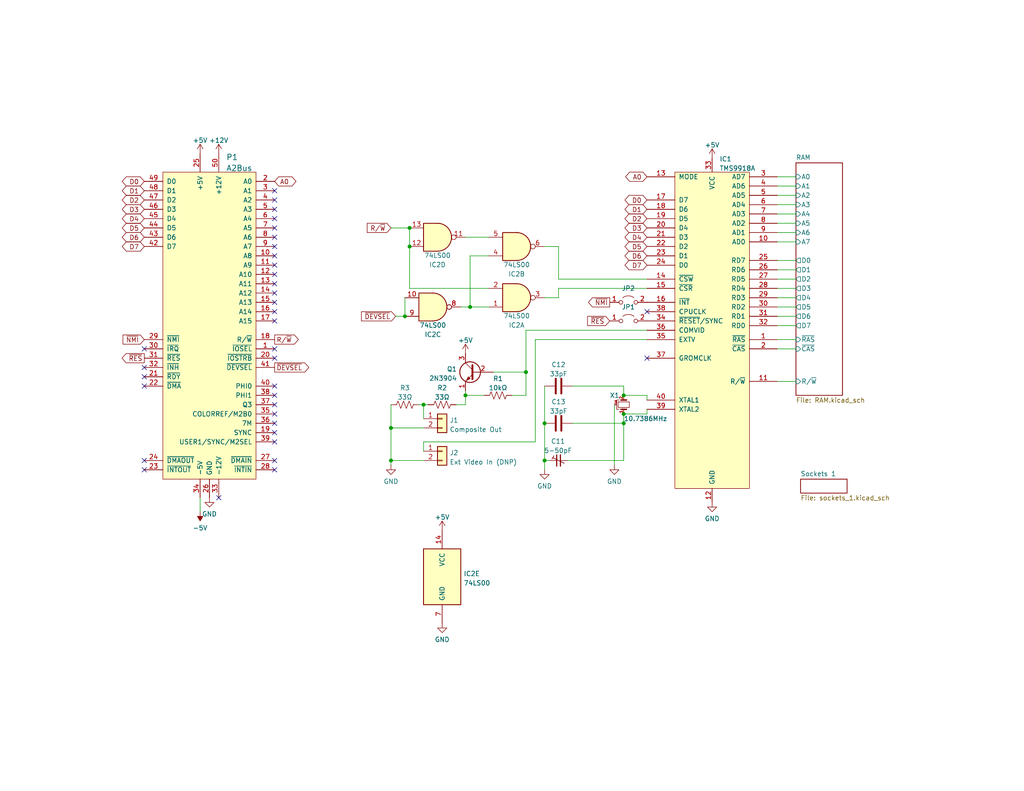
<source format=kicad_sch>
(kicad_sch (version 20211123) (generator eeschema)

  (uuid f588f811-4ff1-4e64-afb9-6e00be78aa37)

  (paper "USLetter")

  (title_block
    (title "Circuit Cellar E-Z Color Graphics Interface for Apple II")
    (date "2022-11-20")
    (company "Scott Alfter")
    (comment 2 "http://cini.classiccmp.org/pdf/byte/Hi-Res%20Graphics%20TMS9918%20BYTE%200882.pdf.pdf")
    (comment 3 "Color Graphics\" by Steve Ciarcia, Byte, August 1982")
    (comment 4 "Transcribed from \"High-Resolution Sprite-Oriented")
  )

  (lib_symbols
    (symbol "74xx:74LS00" (pin_names (offset 1.016)) (in_bom yes) (on_board yes)
      (property "Reference" "U" (id 0) (at 0 1.27 0)
        (effects (font (size 1.27 1.27)))
      )
      (property "Value" "74LS00" (id 1) (at 0 -1.27 0)
        (effects (font (size 1.27 1.27)))
      )
      (property "Footprint" "" (id 2) (at 0 0 0)
        (effects (font (size 1.27 1.27)) hide)
      )
      (property "Datasheet" "http://www.ti.com/lit/gpn/sn74ls00" (id 3) (at 0 0 0)
        (effects (font (size 1.27 1.27)) hide)
      )
      (property "ki_locked" "" (id 4) (at 0 0 0)
        (effects (font (size 1.27 1.27)))
      )
      (property "ki_keywords" "TTL nand 2-input" (id 5) (at 0 0 0)
        (effects (font (size 1.27 1.27)) hide)
      )
      (property "ki_description" "quad 2-input NAND gate" (id 6) (at 0 0 0)
        (effects (font (size 1.27 1.27)) hide)
      )
      (property "ki_fp_filters" "DIP*W7.62mm* SO14*" (id 7) (at 0 0 0)
        (effects (font (size 1.27 1.27)) hide)
      )
      (symbol "74LS00_1_1"
        (arc (start 0 -3.81) (mid 3.81 0) (end 0 3.81)
          (stroke (width 0.254) (type default) (color 0 0 0 0))
          (fill (type background))
        )
        (polyline
          (pts
            (xy 0 3.81)
            (xy -3.81 3.81)
            (xy -3.81 -3.81)
            (xy 0 -3.81)
          )
          (stroke (width 0.254) (type default) (color 0 0 0 0))
          (fill (type background))
        )
        (pin input line (at -7.62 2.54 0) (length 3.81)
          (name "~" (effects (font (size 1.27 1.27))))
          (number "1" (effects (font (size 1.27 1.27))))
        )
        (pin input line (at -7.62 -2.54 0) (length 3.81)
          (name "~" (effects (font (size 1.27 1.27))))
          (number "2" (effects (font (size 1.27 1.27))))
        )
        (pin output inverted (at 7.62 0 180) (length 3.81)
          (name "~" (effects (font (size 1.27 1.27))))
          (number "3" (effects (font (size 1.27 1.27))))
        )
      )
      (symbol "74LS00_1_2"
        (arc (start -3.81 -3.81) (mid -2.589 0) (end -3.81 3.81)
          (stroke (width 0.254) (type default) (color 0 0 0 0))
          (fill (type none))
        )
        (arc (start -0.6096 -3.81) (mid 2.1842 -2.5851) (end 3.81 0)
          (stroke (width 0.254) (type default) (color 0 0 0 0))
          (fill (type background))
        )
        (polyline
          (pts
            (xy -3.81 -3.81)
            (xy -0.635 -3.81)
          )
          (stroke (width 0.254) (type default) (color 0 0 0 0))
          (fill (type background))
        )
        (polyline
          (pts
            (xy -3.81 3.81)
            (xy -0.635 3.81)
          )
          (stroke (width 0.254) (type default) (color 0 0 0 0))
          (fill (type background))
        )
        (polyline
          (pts
            (xy -0.635 3.81)
            (xy -3.81 3.81)
            (xy -3.81 3.81)
            (xy -3.556 3.4036)
            (xy -3.0226 2.2606)
            (xy -2.6924 1.0414)
            (xy -2.6162 -0.254)
            (xy -2.7686 -1.4986)
            (xy -3.175 -2.7178)
            (xy -3.81 -3.81)
            (xy -3.81 -3.81)
            (xy -0.635 -3.81)
          )
          (stroke (width -25.4) (type default) (color 0 0 0 0))
          (fill (type background))
        )
        (arc (start 3.81 0) (mid 2.1915 2.5936) (end -0.6096 3.81)
          (stroke (width 0.254) (type default) (color 0 0 0 0))
          (fill (type background))
        )
        (pin input inverted (at -7.62 2.54 0) (length 4.318)
          (name "~" (effects (font (size 1.27 1.27))))
          (number "1" (effects (font (size 1.27 1.27))))
        )
        (pin input inverted (at -7.62 -2.54 0) (length 4.318)
          (name "~" (effects (font (size 1.27 1.27))))
          (number "2" (effects (font (size 1.27 1.27))))
        )
        (pin output line (at 7.62 0 180) (length 3.81)
          (name "~" (effects (font (size 1.27 1.27))))
          (number "3" (effects (font (size 1.27 1.27))))
        )
      )
      (symbol "74LS00_2_1"
        (arc (start 0 -3.81) (mid 3.81 0) (end 0 3.81)
          (stroke (width 0.254) (type default) (color 0 0 0 0))
          (fill (type background))
        )
        (polyline
          (pts
            (xy 0 3.81)
            (xy -3.81 3.81)
            (xy -3.81 -3.81)
            (xy 0 -3.81)
          )
          (stroke (width 0.254) (type default) (color 0 0 0 0))
          (fill (type background))
        )
        (pin input line (at -7.62 2.54 0) (length 3.81)
          (name "~" (effects (font (size 1.27 1.27))))
          (number "4" (effects (font (size 1.27 1.27))))
        )
        (pin input line (at -7.62 -2.54 0) (length 3.81)
          (name "~" (effects (font (size 1.27 1.27))))
          (number "5" (effects (font (size 1.27 1.27))))
        )
        (pin output inverted (at 7.62 0 180) (length 3.81)
          (name "~" (effects (font (size 1.27 1.27))))
          (number "6" (effects (font (size 1.27 1.27))))
        )
      )
      (symbol "74LS00_2_2"
        (arc (start -3.81 -3.81) (mid -2.589 0) (end -3.81 3.81)
          (stroke (width 0.254) (type default) (color 0 0 0 0))
          (fill (type none))
        )
        (arc (start -0.6096 -3.81) (mid 2.1842 -2.5851) (end 3.81 0)
          (stroke (width 0.254) (type default) (color 0 0 0 0))
          (fill (type background))
        )
        (polyline
          (pts
            (xy -3.81 -3.81)
            (xy -0.635 -3.81)
          )
          (stroke (width 0.254) (type default) (color 0 0 0 0))
          (fill (type background))
        )
        (polyline
          (pts
            (xy -3.81 3.81)
            (xy -0.635 3.81)
          )
          (stroke (width 0.254) (type default) (color 0 0 0 0))
          (fill (type background))
        )
        (polyline
          (pts
            (xy -0.635 3.81)
            (xy -3.81 3.81)
            (xy -3.81 3.81)
            (xy -3.556 3.4036)
            (xy -3.0226 2.2606)
            (xy -2.6924 1.0414)
            (xy -2.6162 -0.254)
            (xy -2.7686 -1.4986)
            (xy -3.175 -2.7178)
            (xy -3.81 -3.81)
            (xy -3.81 -3.81)
            (xy -0.635 -3.81)
          )
          (stroke (width -25.4) (type default) (color 0 0 0 0))
          (fill (type background))
        )
        (arc (start 3.81 0) (mid 2.1915 2.5936) (end -0.6096 3.81)
          (stroke (width 0.254) (type default) (color 0 0 0 0))
          (fill (type background))
        )
        (pin input inverted (at -7.62 2.54 0) (length 4.318)
          (name "~" (effects (font (size 1.27 1.27))))
          (number "4" (effects (font (size 1.27 1.27))))
        )
        (pin input inverted (at -7.62 -2.54 0) (length 4.318)
          (name "~" (effects (font (size 1.27 1.27))))
          (number "5" (effects (font (size 1.27 1.27))))
        )
        (pin output line (at 7.62 0 180) (length 3.81)
          (name "~" (effects (font (size 1.27 1.27))))
          (number "6" (effects (font (size 1.27 1.27))))
        )
      )
      (symbol "74LS00_3_1"
        (arc (start 0 -3.81) (mid 3.81 0) (end 0 3.81)
          (stroke (width 0.254) (type default) (color 0 0 0 0))
          (fill (type background))
        )
        (polyline
          (pts
            (xy 0 3.81)
            (xy -3.81 3.81)
            (xy -3.81 -3.81)
            (xy 0 -3.81)
          )
          (stroke (width 0.254) (type default) (color 0 0 0 0))
          (fill (type background))
        )
        (pin input line (at -7.62 -2.54 0) (length 3.81)
          (name "~" (effects (font (size 1.27 1.27))))
          (number "10" (effects (font (size 1.27 1.27))))
        )
        (pin output inverted (at 7.62 0 180) (length 3.81)
          (name "~" (effects (font (size 1.27 1.27))))
          (number "8" (effects (font (size 1.27 1.27))))
        )
        (pin input line (at -7.62 2.54 0) (length 3.81)
          (name "~" (effects (font (size 1.27 1.27))))
          (number "9" (effects (font (size 1.27 1.27))))
        )
      )
      (symbol "74LS00_3_2"
        (arc (start -3.81 -3.81) (mid -2.589 0) (end -3.81 3.81)
          (stroke (width 0.254) (type default) (color 0 0 0 0))
          (fill (type none))
        )
        (arc (start -0.6096 -3.81) (mid 2.1842 -2.5851) (end 3.81 0)
          (stroke (width 0.254) (type default) (color 0 0 0 0))
          (fill (type background))
        )
        (polyline
          (pts
            (xy -3.81 -3.81)
            (xy -0.635 -3.81)
          )
          (stroke (width 0.254) (type default) (color 0 0 0 0))
          (fill (type background))
        )
        (polyline
          (pts
            (xy -3.81 3.81)
            (xy -0.635 3.81)
          )
          (stroke (width 0.254) (type default) (color 0 0 0 0))
          (fill (type background))
        )
        (polyline
          (pts
            (xy -0.635 3.81)
            (xy -3.81 3.81)
            (xy -3.81 3.81)
            (xy -3.556 3.4036)
            (xy -3.0226 2.2606)
            (xy -2.6924 1.0414)
            (xy -2.6162 -0.254)
            (xy -2.7686 -1.4986)
            (xy -3.175 -2.7178)
            (xy -3.81 -3.81)
            (xy -3.81 -3.81)
            (xy -0.635 -3.81)
          )
          (stroke (width -25.4) (type default) (color 0 0 0 0))
          (fill (type background))
        )
        (arc (start 3.81 0) (mid 2.1915 2.5936) (end -0.6096 3.81)
          (stroke (width 0.254) (type default) (color 0 0 0 0))
          (fill (type background))
        )
        (pin input inverted (at -7.62 -2.54 0) (length 4.318)
          (name "~" (effects (font (size 1.27 1.27))))
          (number "10" (effects (font (size 1.27 1.27))))
        )
        (pin output line (at 7.62 0 180) (length 3.81)
          (name "~" (effects (font (size 1.27 1.27))))
          (number "8" (effects (font (size 1.27 1.27))))
        )
        (pin input inverted (at -7.62 2.54 0) (length 4.318)
          (name "~" (effects (font (size 1.27 1.27))))
          (number "9" (effects (font (size 1.27 1.27))))
        )
      )
      (symbol "74LS00_4_1"
        (arc (start 0 -3.81) (mid 3.81 0) (end 0 3.81)
          (stroke (width 0.254) (type default) (color 0 0 0 0))
          (fill (type background))
        )
        (polyline
          (pts
            (xy 0 3.81)
            (xy -3.81 3.81)
            (xy -3.81 -3.81)
            (xy 0 -3.81)
          )
          (stroke (width 0.254) (type default) (color 0 0 0 0))
          (fill (type background))
        )
        (pin output inverted (at 7.62 0 180) (length 3.81)
          (name "~" (effects (font (size 1.27 1.27))))
          (number "11" (effects (font (size 1.27 1.27))))
        )
        (pin input line (at -7.62 2.54 0) (length 3.81)
          (name "~" (effects (font (size 1.27 1.27))))
          (number "12" (effects (font (size 1.27 1.27))))
        )
        (pin input line (at -7.62 -2.54 0) (length 3.81)
          (name "~" (effects (font (size 1.27 1.27))))
          (number "13" (effects (font (size 1.27 1.27))))
        )
      )
      (symbol "74LS00_4_2"
        (arc (start -3.81 -3.81) (mid -2.589 0) (end -3.81 3.81)
          (stroke (width 0.254) (type default) (color 0 0 0 0))
          (fill (type none))
        )
        (arc (start -0.6096 -3.81) (mid 2.1842 -2.5851) (end 3.81 0)
          (stroke (width 0.254) (type default) (color 0 0 0 0))
          (fill (type background))
        )
        (polyline
          (pts
            (xy -3.81 -3.81)
            (xy -0.635 -3.81)
          )
          (stroke (width 0.254) (type default) (color 0 0 0 0))
          (fill (type background))
        )
        (polyline
          (pts
            (xy -3.81 3.81)
            (xy -0.635 3.81)
          )
          (stroke (width 0.254) (type default) (color 0 0 0 0))
          (fill (type background))
        )
        (polyline
          (pts
            (xy -0.635 3.81)
            (xy -3.81 3.81)
            (xy -3.81 3.81)
            (xy -3.556 3.4036)
            (xy -3.0226 2.2606)
            (xy -2.6924 1.0414)
            (xy -2.6162 -0.254)
            (xy -2.7686 -1.4986)
            (xy -3.175 -2.7178)
            (xy -3.81 -3.81)
            (xy -3.81 -3.81)
            (xy -0.635 -3.81)
          )
          (stroke (width -25.4) (type default) (color 0 0 0 0))
          (fill (type background))
        )
        (arc (start 3.81 0) (mid 2.1915 2.5936) (end -0.6096 3.81)
          (stroke (width 0.254) (type default) (color 0 0 0 0))
          (fill (type background))
        )
        (pin output line (at 7.62 0 180) (length 3.81)
          (name "~" (effects (font (size 1.27 1.27))))
          (number "11" (effects (font (size 1.27 1.27))))
        )
        (pin input inverted (at -7.62 2.54 0) (length 4.318)
          (name "~" (effects (font (size 1.27 1.27))))
          (number "12" (effects (font (size 1.27 1.27))))
        )
        (pin input inverted (at -7.62 -2.54 0) (length 4.318)
          (name "~" (effects (font (size 1.27 1.27))))
          (number "13" (effects (font (size 1.27 1.27))))
        )
      )
      (symbol "74LS00_5_0"
        (pin power_in line (at 0 12.7 270) (length 5.08)
          (name "VCC" (effects (font (size 1.27 1.27))))
          (number "14" (effects (font (size 1.27 1.27))))
        )
        (pin power_in line (at 0 -12.7 90) (length 5.08)
          (name "GND" (effects (font (size 1.27 1.27))))
          (number "7" (effects (font (size 1.27 1.27))))
        )
      )
      (symbol "74LS00_5_1"
        (rectangle (start -5.08 7.62) (end 5.08 -7.62)
          (stroke (width 0.254) (type default) (color 0 0 0 0))
          (fill (type background))
        )
      )
    )
    (symbol "Connector_Generic:Conn_01x02" (pin_names (offset 1.016) hide) (in_bom yes) (on_board yes)
      (property "Reference" "J" (id 0) (at 0 2.54 0)
        (effects (font (size 1.27 1.27)))
      )
      (property "Value" "Conn_01x02" (id 1) (at 0 -5.08 0)
        (effects (font (size 1.27 1.27)))
      )
      (property "Footprint" "" (id 2) (at 0 0 0)
        (effects (font (size 1.27 1.27)) hide)
      )
      (property "Datasheet" "~" (id 3) (at 0 0 0)
        (effects (font (size 1.27 1.27)) hide)
      )
      (property "ki_keywords" "connector" (id 4) (at 0 0 0)
        (effects (font (size 1.27 1.27)) hide)
      )
      (property "ki_description" "Generic connector, single row, 01x02, script generated (kicad-library-utils/schlib/autogen/connector/)" (id 5) (at 0 0 0)
        (effects (font (size 1.27 1.27)) hide)
      )
      (property "ki_fp_filters" "Connector*:*_1x??_*" (id 6) (at 0 0 0)
        (effects (font (size 1.27 1.27)) hide)
      )
      (symbol "Conn_01x02_1_1"
        (rectangle (start -1.27 -2.413) (end 0 -2.667)
          (stroke (width 0.1524) (type default) (color 0 0 0 0))
          (fill (type none))
        )
        (rectangle (start -1.27 0.127) (end 0 -0.127)
          (stroke (width 0.1524) (type default) (color 0 0 0 0))
          (fill (type none))
        )
        (rectangle (start -1.27 1.27) (end 1.27 -3.81)
          (stroke (width 0.254) (type default) (color 0 0 0 0))
          (fill (type background))
        )
        (pin passive line (at -5.08 0 0) (length 3.81)
          (name "Pin_1" (effects (font (size 1.27 1.27))))
          (number "1" (effects (font (size 1.27 1.27))))
        )
        (pin passive line (at -5.08 -2.54 0) (length 3.81)
          (name "Pin_2" (effects (font (size 1.27 1.27))))
          (number "2" (effects (font (size 1.27 1.27))))
        )
      )
    )
    (symbol "Device:C" (pin_numbers hide) (pin_names (offset 0.254)) (in_bom yes) (on_board yes)
      (property "Reference" "C" (id 0) (at 0.635 2.54 0)
        (effects (font (size 1.27 1.27)) (justify left))
      )
      (property "Value" "C" (id 1) (at 0.635 -2.54 0)
        (effects (font (size 1.27 1.27)) (justify left))
      )
      (property "Footprint" "" (id 2) (at 0.9652 -3.81 0)
        (effects (font (size 1.27 1.27)) hide)
      )
      (property "Datasheet" "~" (id 3) (at 0 0 0)
        (effects (font (size 1.27 1.27)) hide)
      )
      (property "ki_keywords" "cap capacitor" (id 4) (at 0 0 0)
        (effects (font (size 1.27 1.27)) hide)
      )
      (property "ki_description" "Unpolarized capacitor" (id 5) (at 0 0 0)
        (effects (font (size 1.27 1.27)) hide)
      )
      (property "ki_fp_filters" "C_*" (id 6) (at 0 0 0)
        (effects (font (size 1.27 1.27)) hide)
      )
      (symbol "C_0_1"
        (polyline
          (pts
            (xy -2.032 -0.762)
            (xy 2.032 -0.762)
          )
          (stroke (width 0.508) (type default) (color 0 0 0 0))
          (fill (type none))
        )
        (polyline
          (pts
            (xy -2.032 0.762)
            (xy 2.032 0.762)
          )
          (stroke (width 0.508) (type default) (color 0 0 0 0))
          (fill (type none))
        )
      )
      (symbol "C_1_1"
        (pin passive line (at 0 3.81 270) (length 2.794)
          (name "~" (effects (font (size 1.27 1.27))))
          (number "1" (effects (font (size 1.27 1.27))))
        )
        (pin passive line (at 0 -3.81 90) (length 2.794)
          (name "~" (effects (font (size 1.27 1.27))))
          (number "2" (effects (font (size 1.27 1.27))))
        )
      )
    )
    (symbol "Device:C_Trim_Small" (pin_numbers hide) (pin_names (offset 0.254) hide) (in_bom yes) (on_board yes)
      (property "Reference" "C" (id 0) (at 1.524 -2.032 0)
        (effects (font (size 1.27 1.27)))
      )
      (property "Value" "C_Trim_Small" (id 1) (at 3.048 -3.556 0)
        (effects (font (size 1.27 1.27)))
      )
      (property "Footprint" "" (id 2) (at 0 0 0)
        (effects (font (size 1.27 1.27)) hide)
      )
      (property "Datasheet" "~" (id 3) (at 0 0 0)
        (effects (font (size 1.27 1.27)) hide)
      )
      (property "ki_keywords" "trimmer variable capacitor" (id 4) (at 0 0 0)
        (effects (font (size 1.27 1.27)) hide)
      )
      (property "ki_description" "Trimmable capacitor, small symbol" (id 5) (at 0 0 0)
        (effects (font (size 1.27 1.27)) hide)
      )
      (property "ki_fp_filters" "C_*" (id 6) (at 0 0 0)
        (effects (font (size 1.27 1.27)) hide)
      )
      (symbol "C_Trim_Small_0_1"
        (polyline
          (pts
            (xy -1.524 -0.508)
            (xy 1.524 -0.508)
          )
          (stroke (width 0.3048) (type default) (color 0 0 0 0))
          (fill (type none))
        )
        (polyline
          (pts
            (xy -1.524 0.508)
            (xy 1.524 0.508)
          )
          (stroke (width 0.3048) (type default) (color 0 0 0 0))
          (fill (type none))
        )
        (polyline
          (pts
            (xy 0.762 1.524)
            (xy -0.762 -1.524)
          )
          (stroke (width 0.1778) (type default) (color 0 0 0 0))
          (fill (type none))
        )
        (polyline
          (pts
            (xy 1.27 1.27)
            (xy 0.381 1.778)
          )
          (stroke (width 0.1778) (type default) (color 0 0 0 0))
          (fill (type none))
        )
      )
      (symbol "C_Trim_Small_1_1"
        (pin passive line (at 0 2.54 270) (length 2.032)
          (name "~" (effects (font (size 1.27 1.27))))
          (number "1" (effects (font (size 1.27 1.27))))
        )
        (pin passive line (at 0 -2.54 90) (length 2.032)
          (name "~" (effects (font (size 1.27 1.27))))
          (number "2" (effects (font (size 1.27 1.27))))
        )
      )
    )
    (symbol "Device:Crystal_GND3_Small" (pin_names (offset 1.016) hide) (in_bom yes) (on_board yes)
      (property "Reference" "Y" (id 0) (at 0 5.08 0)
        (effects (font (size 1.27 1.27)))
      )
      (property "Value" "Crystal_GND3_Small" (id 1) (at 0 3.175 0)
        (effects (font (size 1.27 1.27)))
      )
      (property "Footprint" "" (id 2) (at 0 0 0)
        (effects (font (size 1.27 1.27)) hide)
      )
      (property "Datasheet" "~" (id 3) (at 0 0 0)
        (effects (font (size 1.27 1.27)) hide)
      )
      (property "ki_keywords" "quartz ceramic resonator oscillator" (id 4) (at 0 0 0)
        (effects (font (size 1.27 1.27)) hide)
      )
      (property "ki_description" "Three pin crystal, GND on pin 3, small symbol" (id 5) (at 0 0 0)
        (effects (font (size 1.27 1.27)) hide)
      )
      (property "ki_fp_filters" "Crystal*" (id 6) (at 0 0 0)
        (effects (font (size 1.27 1.27)) hide)
      )
      (symbol "Crystal_GND3_Small_0_1"
        (rectangle (start -0.762 -1.524) (end 0.762 1.524)
          (stroke (width 0) (type default) (color 0 0 0 0))
          (fill (type none))
        )
        (polyline
          (pts
            (xy -1.27 -0.762)
            (xy -1.27 0.762)
          )
          (stroke (width 0.381) (type default) (color 0 0 0 0))
          (fill (type none))
        )
        (polyline
          (pts
            (xy 1.27 -0.762)
            (xy 1.27 0.762)
          )
          (stroke (width 0.381) (type default) (color 0 0 0 0))
          (fill (type none))
        )
        (polyline
          (pts
            (xy -1.27 -1.27)
            (xy -1.27 -1.905)
            (xy 1.27 -1.905)
            (xy 1.27 -1.27)
          )
          (stroke (width 0) (type default) (color 0 0 0 0))
          (fill (type none))
        )
      )
      (symbol "Crystal_GND3_Small_1_1"
        (pin passive line (at -2.54 0 0) (length 1.27)
          (name "1" (effects (font (size 1.27 1.27))))
          (number "1" (effects (font (size 0.762 0.762))))
        )
        (pin passive line (at 2.54 0 180) (length 1.27)
          (name "2" (effects (font (size 1.27 1.27))))
          (number "2" (effects (font (size 0.762 0.762))))
        )
        (pin passive line (at 0 -2.54 90) (length 0.635)
          (name "3" (effects (font (size 1.27 1.27))))
          (number "3" (effects (font (size 0.762 0.762))))
        )
      )
    )
    (symbol "Device:R_US" (pin_numbers hide) (pin_names (offset 0)) (in_bom yes) (on_board yes)
      (property "Reference" "R" (id 0) (at 2.54 0 90)
        (effects (font (size 1.27 1.27)))
      )
      (property "Value" "R_US" (id 1) (at -2.54 0 90)
        (effects (font (size 1.27 1.27)))
      )
      (property "Footprint" "" (id 2) (at 1.016 -0.254 90)
        (effects (font (size 1.27 1.27)) hide)
      )
      (property "Datasheet" "~" (id 3) (at 0 0 0)
        (effects (font (size 1.27 1.27)) hide)
      )
      (property "ki_keywords" "R res resistor" (id 4) (at 0 0 0)
        (effects (font (size 1.27 1.27)) hide)
      )
      (property "ki_description" "Resistor, US symbol" (id 5) (at 0 0 0)
        (effects (font (size 1.27 1.27)) hide)
      )
      (property "ki_fp_filters" "R_*" (id 6) (at 0 0 0)
        (effects (font (size 1.27 1.27)) hide)
      )
      (symbol "R_US_0_1"
        (polyline
          (pts
            (xy 0 -2.286)
            (xy 0 -2.54)
          )
          (stroke (width 0) (type default) (color 0 0 0 0))
          (fill (type none))
        )
        (polyline
          (pts
            (xy 0 2.286)
            (xy 0 2.54)
          )
          (stroke (width 0) (type default) (color 0 0 0 0))
          (fill (type none))
        )
        (polyline
          (pts
            (xy 0 -0.762)
            (xy 1.016 -1.143)
            (xy 0 -1.524)
            (xy -1.016 -1.905)
            (xy 0 -2.286)
          )
          (stroke (width 0) (type default) (color 0 0 0 0))
          (fill (type none))
        )
        (polyline
          (pts
            (xy 0 0.762)
            (xy 1.016 0.381)
            (xy 0 0)
            (xy -1.016 -0.381)
            (xy 0 -0.762)
          )
          (stroke (width 0) (type default) (color 0 0 0 0))
          (fill (type none))
        )
        (polyline
          (pts
            (xy 0 2.286)
            (xy 1.016 1.905)
            (xy 0 1.524)
            (xy -1.016 1.143)
            (xy 0 0.762)
          )
          (stroke (width 0) (type default) (color 0 0 0 0))
          (fill (type none))
        )
      )
      (symbol "R_US_1_1"
        (pin passive line (at 0 3.81 270) (length 1.27)
          (name "~" (effects (font (size 1.27 1.27))))
          (number "1" (effects (font (size 1.27 1.27))))
        )
        (pin passive line (at 0 -3.81 90) (length 1.27)
          (name "~" (effects (font (size 1.27 1.27))))
          (number "2" (effects (font (size 1.27 1.27))))
        )
      )
    )
    (symbol "Jumper:Jumper_2_Open" (pin_names (offset 0) hide) (in_bom yes) (on_board yes)
      (property "Reference" "JP" (id 0) (at 0 2.794 0)
        (effects (font (size 1.27 1.27)))
      )
      (property "Value" "Jumper_2_Open" (id 1) (at 0 -2.286 0)
        (effects (font (size 1.27 1.27)))
      )
      (property "Footprint" "" (id 2) (at 0 0 0)
        (effects (font (size 1.27 1.27)) hide)
      )
      (property "Datasheet" "~" (id 3) (at 0 0 0)
        (effects (font (size 1.27 1.27)) hide)
      )
      (property "ki_keywords" "Jumper SPST" (id 4) (at 0 0 0)
        (effects (font (size 1.27 1.27)) hide)
      )
      (property "ki_description" "Jumper, 2-pole, open" (id 5) (at 0 0 0)
        (effects (font (size 1.27 1.27)) hide)
      )
      (property "ki_fp_filters" "Jumper* TestPoint*2Pads* TestPoint*Bridge*" (id 6) (at 0 0 0)
        (effects (font (size 1.27 1.27)) hide)
      )
      (symbol "Jumper_2_Open_0_0"
        (circle (center -2.032 0) (radius 0.508)
          (stroke (width 0) (type default) (color 0 0 0 0))
          (fill (type none))
        )
        (circle (center 2.032 0) (radius 0.508)
          (stroke (width 0) (type default) (color 0 0 0 0))
          (fill (type none))
        )
      )
      (symbol "Jumper_2_Open_0_1"
        (arc (start 1.524 1.27) (mid 0 1.778) (end -1.524 1.27)
          (stroke (width 0) (type default) (color 0 0 0 0))
          (fill (type none))
        )
      )
      (symbol "Jumper_2_Open_1_1"
        (pin passive line (at -5.08 0 0) (length 2.54)
          (name "A" (effects (font (size 1.27 1.27))))
          (number "1" (effects (font (size 1.27 1.27))))
        )
        (pin passive line (at 5.08 0 180) (length 2.54)
          (name "B" (effects (font (size 1.27 1.27))))
          (number "2" (effects (font (size 1.27 1.27))))
        )
      )
    )
    (symbol "Transistor_BJT:2N3904" (pin_names (offset 0) hide) (in_bom yes) (on_board yes)
      (property "Reference" "Q" (id 0) (at 5.08 1.905 0)
        (effects (font (size 1.27 1.27)) (justify left))
      )
      (property "Value" "2N3904" (id 1) (at 5.08 0 0)
        (effects (font (size 1.27 1.27)) (justify left))
      )
      (property "Footprint" "Package_TO_SOT_THT:TO-92_Inline" (id 2) (at 5.08 -1.905 0)
        (effects (font (size 1.27 1.27) italic) (justify left) hide)
      )
      (property "Datasheet" "https://www.onsemi.com/pub/Collateral/2N3903-D.PDF" (id 3) (at 0 0 0)
        (effects (font (size 1.27 1.27)) (justify left) hide)
      )
      (property "ki_keywords" "NPN Transistor" (id 4) (at 0 0 0)
        (effects (font (size 1.27 1.27)) hide)
      )
      (property "ki_description" "0.2A Ic, 40V Vce, Small Signal NPN Transistor, TO-92" (id 5) (at 0 0 0)
        (effects (font (size 1.27 1.27)) hide)
      )
      (property "ki_fp_filters" "TO?92*" (id 6) (at 0 0 0)
        (effects (font (size 1.27 1.27)) hide)
      )
      (symbol "2N3904_0_1"
        (polyline
          (pts
            (xy 0.635 0.635)
            (xy 2.54 2.54)
          )
          (stroke (width 0) (type default) (color 0 0 0 0))
          (fill (type none))
        )
        (polyline
          (pts
            (xy 0.635 -0.635)
            (xy 2.54 -2.54)
            (xy 2.54 -2.54)
          )
          (stroke (width 0) (type default) (color 0 0 0 0))
          (fill (type none))
        )
        (polyline
          (pts
            (xy 0.635 1.905)
            (xy 0.635 -1.905)
            (xy 0.635 -1.905)
          )
          (stroke (width 0.508) (type default) (color 0 0 0 0))
          (fill (type none))
        )
        (polyline
          (pts
            (xy 1.27 -1.778)
            (xy 1.778 -1.27)
            (xy 2.286 -2.286)
            (xy 1.27 -1.778)
            (xy 1.27 -1.778)
          )
          (stroke (width 0) (type default) (color 0 0 0 0))
          (fill (type outline))
        )
        (circle (center 1.27 0) (radius 2.8194)
          (stroke (width 0.254) (type default) (color 0 0 0 0))
          (fill (type none))
        )
      )
      (symbol "2N3904_1_1"
        (pin passive line (at 2.54 -5.08 90) (length 2.54)
          (name "E" (effects (font (size 1.27 1.27))))
          (number "1" (effects (font (size 1.27 1.27))))
        )
        (pin passive line (at -5.08 0 0) (length 5.715)
          (name "B" (effects (font (size 1.27 1.27))))
          (number "2" (effects (font (size 1.27 1.27))))
        )
        (pin passive line (at 2.54 5.08 270) (length 2.54)
          (name "C" (effects (font (size 1.27 1.27))))
          (number "3" (effects (font (size 1.27 1.27))))
        )
      )
    )
    (symbol "apple2:A2Bus" (pin_names (offset 1.016)) (in_bom yes) (on_board yes)
      (property "Reference" "P" (id 0) (at -6.35 45.085 0)
        (effects (font (size 1.524 1.524)) (justify right))
      )
      (property "Value" "A2Bus" (id 1) (at -6.35 42.545 0)
        (effects (font (size 1.524 1.524)) (justify right))
      )
      (property "Footprint" "" (id 2) (at 0 0 0)
        (effects (font (size 1.524 1.524)) hide)
      )
      (property "Datasheet" "https://allpinouts.org/pinouts/connectors/buses/apple-ii-slot/" (id 3) (at 0 0 0)
        (effects (font (size 1.524 1.524)) hide)
      )
      (property "ki_description" "Apple II expansion bus" (id 4) (at 0 0 0)
        (effects (font (size 1.27 1.27)) hide)
      )
      (symbol "A2Bus_0_1"
        (rectangle (start -12.7 40.64) (end 12.7 -43.18)
          (stroke (width 0) (type default) (color 0 0 0 0))
          (fill (type background))
        )
      )
      (symbol "A2Bus_1_1"
        (pin output line (at 17.78 -7.62 180) (length 5.08)
          (name "~{IOSEL}" (effects (font (size 1.27 1.27))))
          (number "1" (effects (font (size 1.27 1.27))))
        )
        (pin bidirectional line (at 17.78 17.78 180) (length 5.08)
          (name "A8" (effects (font (size 1.27 1.27))))
          (number "10" (effects (font (size 1.27 1.27))))
        )
        (pin bidirectional line (at 17.78 15.24 180) (length 5.08)
          (name "A9" (effects (font (size 1.27 1.27))))
          (number "11" (effects (font (size 1.27 1.27))))
        )
        (pin bidirectional line (at 17.78 12.7 180) (length 5.08)
          (name "A10" (effects (font (size 1.27 1.27))))
          (number "12" (effects (font (size 1.27 1.27))))
        )
        (pin bidirectional line (at 17.78 10.16 180) (length 5.08)
          (name "A11" (effects (font (size 1.27 1.27))))
          (number "13" (effects (font (size 1.27 1.27))))
        )
        (pin bidirectional line (at 17.78 7.62 180) (length 5.08)
          (name "A12" (effects (font (size 1.27 1.27))))
          (number "14" (effects (font (size 1.27 1.27))))
        )
        (pin bidirectional line (at 17.78 5.08 180) (length 5.08)
          (name "A13" (effects (font (size 1.27 1.27))))
          (number "15" (effects (font (size 1.27 1.27))))
        )
        (pin bidirectional line (at 17.78 2.54 180) (length 5.08)
          (name "A14" (effects (font (size 1.27 1.27))))
          (number "16" (effects (font (size 1.27 1.27))))
        )
        (pin bidirectional line (at 17.78 0 180) (length 5.08)
          (name "A15" (effects (font (size 1.27 1.27))))
          (number "17" (effects (font (size 1.27 1.27))))
        )
        (pin bidirectional line (at 17.78 -5.08 180) (length 5.08)
          (name "R/~{W}" (effects (font (size 1.27 1.27))))
          (number "18" (effects (font (size 1.27 1.27))))
        )
        (pin output line (at 17.78 -30.48 180) (length 5.08)
          (name "SYNC" (effects (font (size 1.27 1.27))))
          (number "19" (effects (font (size 1.27 1.27))))
        )
        (pin bidirectional line (at 17.78 38.1 180) (length 5.08)
          (name "A0" (effects (font (size 1.27 1.27))))
          (number "2" (effects (font (size 1.27 1.27))))
        )
        (pin output line (at 17.78 -10.16 180) (length 5.08)
          (name "~{IOSTRB}" (effects (font (size 1.27 1.27))))
          (number "20" (effects (font (size 1.27 1.27))))
        )
        (pin input line (at -17.78 -15.24 0) (length 5.08)
          (name "~{RDY}" (effects (font (size 1.27 1.27))))
          (number "21" (effects (font (size 1.27 1.27))))
        )
        (pin input line (at -17.78 -17.78 0) (length 5.08)
          (name "~{DMA}" (effects (font (size 1.27 1.27))))
          (number "22" (effects (font (size 1.27 1.27))))
        )
        (pin input line (at -17.78 -40.64 0) (length 5.08)
          (name "~{INTOUT}" (effects (font (size 1.27 1.27))))
          (number "23" (effects (font (size 1.27 1.27))))
        )
        (pin input line (at -17.78 -38.1 0) (length 5.08)
          (name "~{DMAOUT}" (effects (font (size 1.27 1.27))))
          (number "24" (effects (font (size 1.27 1.27))))
        )
        (pin power_out line (at -2.54 45.72 270) (length 5.08)
          (name "+5V" (effects (font (size 1.27 1.27))))
          (number "25" (effects (font (size 1.27 1.27))))
        )
        (pin power_out line (at 0 -48.26 90) (length 5.08)
          (name "GND" (effects (font (size 1.27 1.27))))
          (number "26" (effects (font (size 1.27 1.27))))
        )
        (pin output line (at 17.78 -38.1 180) (length 5.08)
          (name "~{DMAIN}" (effects (font (size 1.27 1.27))))
          (number "27" (effects (font (size 1.27 1.27))))
        )
        (pin output line (at 17.78 -40.64 180) (length 5.08)
          (name "~{INTIN}" (effects (font (size 1.27 1.27))))
          (number "28" (effects (font (size 1.27 1.27))))
        )
        (pin input line (at -17.78 -5.08 0) (length 5.08)
          (name "~{NMI}" (effects (font (size 1.27 1.27))))
          (number "29" (effects (font (size 1.27 1.27))))
        )
        (pin bidirectional line (at 17.78 35.56 180) (length 5.08)
          (name "A1" (effects (font (size 1.27 1.27))))
          (number "3" (effects (font (size 1.27 1.27))))
        )
        (pin input line (at -17.78 -7.62 0) (length 5.08)
          (name "~{IRQ}" (effects (font (size 1.27 1.27))))
          (number "30" (effects (font (size 1.27 1.27))))
        )
        (pin bidirectional line (at -17.78 -10.16 0) (length 5.08)
          (name "~{RES}" (effects (font (size 1.27 1.27))))
          (number "31" (effects (font (size 1.27 1.27))))
        )
        (pin input line (at -17.78 -12.7 0) (length 5.08)
          (name "~{INH}" (effects (font (size 1.27 1.27))))
          (number "32" (effects (font (size 1.27 1.27))))
        )
        (pin power_out line (at 2.54 -48.26 90) (length 5.08)
          (name "-12V" (effects (font (size 1.27 1.27))))
          (number "33" (effects (font (size 1.27 1.27))))
        )
        (pin power_out line (at -2.54 -48.26 90) (length 5.08)
          (name "-5V" (effects (font (size 1.27 1.27))))
          (number "34" (effects (font (size 1.27 1.27))))
        )
        (pin output line (at 17.78 -25.4 180) (length 5.08)
          (name "COLORREF/M2B0" (effects (font (size 1.27 1.27))))
          (number "35" (effects (font (size 1.27 1.27))))
        )
        (pin output line (at 17.78 -27.94 180) (length 5.08)
          (name "7M" (effects (font (size 1.27 1.27))))
          (number "36" (effects (font (size 1.27 1.27))))
        )
        (pin output line (at 17.78 -22.86 180) (length 5.08)
          (name "Q3" (effects (font (size 1.27 1.27))))
          (number "37" (effects (font (size 1.27 1.27))))
        )
        (pin output line (at 17.78 -20.32 180) (length 5.08)
          (name "PHI1" (effects (font (size 1.27 1.27))))
          (number "38" (effects (font (size 1.27 1.27))))
        )
        (pin output line (at 17.78 -33.02 180) (length 5.08)
          (name "USER1/SYNC/M2SEL" (effects (font (size 1.27 1.27))))
          (number "39" (effects (font (size 1.27 1.27))))
        )
        (pin bidirectional line (at 17.78 33.02 180) (length 5.08)
          (name "A2" (effects (font (size 1.27 1.27))))
          (number "4" (effects (font (size 1.27 1.27))))
        )
        (pin output line (at 17.78 -17.78 180) (length 5.08)
          (name "PHI0" (effects (font (size 1.27 1.27))))
          (number "40" (effects (font (size 1.27 1.27))))
        )
        (pin output line (at 17.78 -12.7 180) (length 5.08)
          (name "~{DEVSEL}" (effects (font (size 1.27 1.27))))
          (number "41" (effects (font (size 1.27 1.27))))
        )
        (pin bidirectional line (at -17.78 20.32 0) (length 5.08)
          (name "D7" (effects (font (size 1.27 1.27))))
          (number "42" (effects (font (size 1.27 1.27))))
        )
        (pin bidirectional line (at -17.78 22.86 0) (length 5.08)
          (name "D6" (effects (font (size 1.27 1.27))))
          (number "43" (effects (font (size 1.27 1.27))))
        )
        (pin bidirectional line (at -17.78 25.4 0) (length 5.08)
          (name "D5" (effects (font (size 1.27 1.27))))
          (number "44" (effects (font (size 1.27 1.27))))
        )
        (pin bidirectional line (at -17.78 27.94 0) (length 5.08)
          (name "D4" (effects (font (size 1.27 1.27))))
          (number "45" (effects (font (size 1.27 1.27))))
        )
        (pin bidirectional line (at -17.78 30.48 0) (length 5.08)
          (name "D3" (effects (font (size 1.27 1.27))))
          (number "46" (effects (font (size 1.27 1.27))))
        )
        (pin bidirectional line (at -17.78 33.02 0) (length 5.08)
          (name "D2" (effects (font (size 1.27 1.27))))
          (number "47" (effects (font (size 1.27 1.27))))
        )
        (pin bidirectional line (at -17.78 35.56 0) (length 5.08)
          (name "D1" (effects (font (size 1.27 1.27))))
          (number "48" (effects (font (size 1.27 1.27))))
        )
        (pin bidirectional line (at -17.78 38.1 0) (length 5.08)
          (name "D0" (effects (font (size 1.27 1.27))))
          (number "49" (effects (font (size 1.27 1.27))))
        )
        (pin bidirectional line (at 17.78 30.48 180) (length 5.08)
          (name "A3" (effects (font (size 1.27 1.27))))
          (number "5" (effects (font (size 1.27 1.27))))
        )
        (pin power_out line (at 2.54 45.72 270) (length 5.08)
          (name "+12V" (effects (font (size 1.27 1.27))))
          (number "50" (effects (font (size 1.27 1.27))))
        )
        (pin bidirectional line (at 17.78 27.94 180) (length 5.08)
          (name "A4" (effects (font (size 1.27 1.27))))
          (number "6" (effects (font (size 1.27 1.27))))
        )
        (pin bidirectional line (at 17.78 25.4 180) (length 5.08)
          (name "A5" (effects (font (size 1.27 1.27))))
          (number "7" (effects (font (size 1.27 1.27))))
        )
        (pin bidirectional line (at 17.78 22.86 180) (length 5.08)
          (name "A6" (effects (font (size 1.27 1.27))))
          (number "8" (effects (font (size 1.27 1.27))))
        )
        (pin bidirectional line (at 17.78 20.32 180) (length 5.08)
          (name "A7" (effects (font (size 1.27 1.27))))
          (number "9" (effects (font (size 1.27 1.27))))
        )
      )
    )
    (symbol "power:+12V" (power) (pin_names (offset 0)) (in_bom yes) (on_board yes)
      (property "Reference" "#PWR" (id 0) (at 0 -3.81 0)
        (effects (font (size 1.27 1.27)) hide)
      )
      (property "Value" "+12V" (id 1) (at 0 3.556 0)
        (effects (font (size 1.27 1.27)))
      )
      (property "Footprint" "" (id 2) (at 0 0 0)
        (effects (font (size 1.27 1.27)) hide)
      )
      (property "Datasheet" "" (id 3) (at 0 0 0)
        (effects (font (size 1.27 1.27)) hide)
      )
      (property "ki_keywords" "power-flag" (id 4) (at 0 0 0)
        (effects (font (size 1.27 1.27)) hide)
      )
      (property "ki_description" "Power symbol creates a global label with name \"+12V\"" (id 5) (at 0 0 0)
        (effects (font (size 1.27 1.27)) hide)
      )
      (symbol "+12V_0_1"
        (polyline
          (pts
            (xy -0.762 1.27)
            (xy 0 2.54)
          )
          (stroke (width 0) (type default) (color 0 0 0 0))
          (fill (type none))
        )
        (polyline
          (pts
            (xy 0 0)
            (xy 0 2.54)
          )
          (stroke (width 0) (type default) (color 0 0 0 0))
          (fill (type none))
        )
        (polyline
          (pts
            (xy 0 2.54)
            (xy 0.762 1.27)
          )
          (stroke (width 0) (type default) (color 0 0 0 0))
          (fill (type none))
        )
      )
      (symbol "+12V_1_1"
        (pin power_in line (at 0 0 90) (length 0) hide
          (name "+12V" (effects (font (size 1.27 1.27))))
          (number "1" (effects (font (size 1.27 1.27))))
        )
      )
    )
    (symbol "power:+5V" (power) (pin_names (offset 0)) (in_bom yes) (on_board yes)
      (property "Reference" "#PWR" (id 0) (at 0 -3.81 0)
        (effects (font (size 1.27 1.27)) hide)
      )
      (property "Value" "+5V" (id 1) (at 0 3.556 0)
        (effects (font (size 1.27 1.27)))
      )
      (property "Footprint" "" (id 2) (at 0 0 0)
        (effects (font (size 1.27 1.27)) hide)
      )
      (property "Datasheet" "" (id 3) (at 0 0 0)
        (effects (font (size 1.27 1.27)) hide)
      )
      (property "ki_keywords" "power-flag" (id 4) (at 0 0 0)
        (effects (font (size 1.27 1.27)) hide)
      )
      (property "ki_description" "Power symbol creates a global label with name \"+5V\"" (id 5) (at 0 0 0)
        (effects (font (size 1.27 1.27)) hide)
      )
      (symbol "+5V_0_1"
        (polyline
          (pts
            (xy -0.762 1.27)
            (xy 0 2.54)
          )
          (stroke (width 0) (type default) (color 0 0 0 0))
          (fill (type none))
        )
        (polyline
          (pts
            (xy 0 0)
            (xy 0 2.54)
          )
          (stroke (width 0) (type default) (color 0 0 0 0))
          (fill (type none))
        )
        (polyline
          (pts
            (xy 0 2.54)
            (xy 0.762 1.27)
          )
          (stroke (width 0) (type default) (color 0 0 0 0))
          (fill (type none))
        )
      )
      (symbol "+5V_1_1"
        (pin power_in line (at 0 0 90) (length 0) hide
          (name "+5V" (effects (font (size 1.27 1.27))))
          (number "1" (effects (font (size 1.27 1.27))))
        )
      )
    )
    (symbol "power:-5V" (power) (pin_names (offset 0)) (in_bom yes) (on_board yes)
      (property "Reference" "#PWR" (id 0) (at 0 2.54 0)
        (effects (font (size 1.27 1.27)) hide)
      )
      (property "Value" "-5V" (id 1) (at 0 3.81 0)
        (effects (font (size 1.27 1.27)))
      )
      (property "Footprint" "" (id 2) (at 0 0 0)
        (effects (font (size 1.27 1.27)) hide)
      )
      (property "Datasheet" "" (id 3) (at 0 0 0)
        (effects (font (size 1.27 1.27)) hide)
      )
      (property "ki_keywords" "power-flag" (id 4) (at 0 0 0)
        (effects (font (size 1.27 1.27)) hide)
      )
      (property "ki_description" "Power symbol creates a global label with name \"-5V\"" (id 5) (at 0 0 0)
        (effects (font (size 1.27 1.27)) hide)
      )
      (symbol "-5V_0_0"
        (pin power_in line (at 0 0 90) (length 0) hide
          (name "-5V" (effects (font (size 1.27 1.27))))
          (number "1" (effects (font (size 1.27 1.27))))
        )
      )
      (symbol "-5V_0_1"
        (polyline
          (pts
            (xy 0 0)
            (xy 0 1.27)
            (xy 0.762 1.27)
            (xy 0 2.54)
            (xy -0.762 1.27)
            (xy 0 1.27)
          )
          (stroke (width 0) (type default) (color 0 0 0 0))
          (fill (type outline))
        )
      )
    )
    (symbol "power:GND" (power) (pin_names (offset 0)) (in_bom yes) (on_board yes)
      (property "Reference" "#PWR" (id 0) (at 0 -6.35 0)
        (effects (font (size 1.27 1.27)) hide)
      )
      (property "Value" "GND" (id 1) (at 0 -3.81 0)
        (effects (font (size 1.27 1.27)))
      )
      (property "Footprint" "" (id 2) (at 0 0 0)
        (effects (font (size 1.27 1.27)) hide)
      )
      (property "Datasheet" "" (id 3) (at 0 0 0)
        (effects (font (size 1.27 1.27)) hide)
      )
      (property "ki_keywords" "power-flag" (id 4) (at 0 0 0)
        (effects (font (size 1.27 1.27)) hide)
      )
      (property "ki_description" "Power symbol creates a global label with name \"GND\" , ground" (id 5) (at 0 0 0)
        (effects (font (size 1.27 1.27)) hide)
      )
      (symbol "GND_0_1"
        (polyline
          (pts
            (xy 0 0)
            (xy 0 -1.27)
            (xy 1.27 -1.27)
            (xy 0 -2.54)
            (xy -1.27 -1.27)
            (xy 0 -1.27)
          )
          (stroke (width 0) (type default) (color 0 0 0 0))
          (fill (type none))
        )
      )
      (symbol "GND_1_1"
        (pin power_in line (at 0 0 270) (length 0) hide
          (name "GND" (effects (font (size 1.27 1.27))))
          (number "1" (effects (font (size 1.27 1.27))))
        )
      )
    )
    (symbol "yamaha:TMS9918A" (pin_names (offset 1.016)) (in_bom yes) (on_board yes)
      (property "Reference" "U?" (id 0) (at 7.62 41.91 0)
        (effects (font (size 1.27 1.27)))
      )
      (property "Value" "TMS9918A" (id 1) (at 6.35 39.37 0)
        (effects (font (size 1.27 1.27)))
      )
      (property "Footprint" "Package_DIP:DIP-40_W15.24mm_Socket" (id 2) (at 0 12.7 0)
        (effects (font (size 1.27 1.27)) hide)
      )
      (property "Datasheet" "https://archive.org/download/Texas_Instruments_TMS9918A/Texas_Instruments_TMS9918A.pdf" (id 3) (at -2.54 63.5 0)
        (effects (font (size 1.27 1.27)) hide)
      )
      (property "ki_description" "video display processor" (id 4) (at 0 0 0)
        (effects (font (size 1.27 1.27)) hide)
      )
      (symbol "TMS9918A_0_0"
        (pin power_in line (at 0 -52.07 90) (length 3.81)
          (name "GND" (effects (font (size 1.27 1.27))))
          (number "12" (effects (font (size 1.27 1.27))))
        )
        (pin power_in line (at 0 41.91 270) (length 3.81)
          (name "VCC" (effects (font (size 1.27 1.27))))
          (number "33" (effects (font (size 1.27 1.27))))
        )
        (pin output line (at -17.78 -5.08 0) (length 7.62)
          (name "COMVID" (effects (font (size 1.27 1.27))))
          (number "36" (effects (font (size 1.27 1.27))))
        )
      )
      (symbol "TMS9918A_0_1"
        (rectangle (start -10.16 38.1) (end 10.16 -48.26)
          (stroke (width 0) (type default) (color 0 0 0 0))
          (fill (type background))
        )
      )
      (symbol "TMS9918A_1_1"
        (pin tri_state line (at 17.78 -7.62 180) (length 7.62)
          (name "~{RAS}" (effects (font (size 1.27 1.27))))
          (number "1" (effects (font (size 1.27 1.27))))
        )
        (pin output line (at 17.78 19.05 180) (length 7.62)
          (name "AD0" (effects (font (size 1.27 1.27))))
          (number "10" (effects (font (size 1.27 1.27))))
        )
        (pin tri_state line (at 17.78 -19.05 180) (length 7.62)
          (name "R/~{W}" (effects (font (size 1.27 1.27))))
          (number "11" (effects (font (size 1.27 1.27))))
        )
        (pin input line (at -17.78 36.83 0) (length 7.62)
          (name "MODE" (effects (font (size 1.27 1.27))))
          (number "13" (effects (font (size 1.27 1.27))))
        )
        (pin input line (at -17.78 8.89 0) (length 7.62)
          (name "~{CSW}" (effects (font (size 1.27 1.27))))
          (number "14" (effects (font (size 1.27 1.27))))
        )
        (pin input line (at -17.78 6.35 0) (length 7.62)
          (name "~{CSR}" (effects (font (size 1.27 1.27))))
          (number "15" (effects (font (size 1.27 1.27))))
        )
        (pin output line (at -17.78 2.54 0) (length 7.62)
          (name "~{INT}" (effects (font (size 1.27 1.27))))
          (number "16" (effects (font (size 1.27 1.27))))
        )
        (pin tri_state line (at -17.78 30.48 0) (length 7.62)
          (name "D7" (effects (font (size 1.27 1.27))))
          (number "17" (effects (font (size 1.27 1.27))))
        )
        (pin tri_state line (at -17.78 27.94 0) (length 7.62)
          (name "D6" (effects (font (size 1.27 1.27))))
          (number "18" (effects (font (size 1.27 1.27))))
        )
        (pin tri_state line (at -17.78 25.4 0) (length 7.62)
          (name "D5" (effects (font (size 1.27 1.27))))
          (number "19" (effects (font (size 1.27 1.27))))
        )
        (pin tri_state line (at 17.78 -10.16 180) (length 7.62)
          (name "~{CAS}" (effects (font (size 1.27 1.27))))
          (number "2" (effects (font (size 1.27 1.27))))
        )
        (pin tri_state line (at -17.78 22.86 0) (length 7.62)
          (name "D4" (effects (font (size 1.27 1.27))))
          (number "20" (effects (font (size 1.27 1.27))))
        )
        (pin tri_state line (at -17.78 20.32 0) (length 7.62)
          (name "D3" (effects (font (size 1.27 1.27))))
          (number "21" (effects (font (size 1.27 1.27))))
        )
        (pin tri_state line (at -17.78 17.78 0) (length 7.62)
          (name "D2" (effects (font (size 1.27 1.27))))
          (number "22" (effects (font (size 1.27 1.27))))
        )
        (pin tri_state line (at -17.78 15.24 0) (length 7.62)
          (name "D1" (effects (font (size 1.27 1.27))))
          (number "23" (effects (font (size 1.27 1.27))))
        )
        (pin tri_state line (at -17.78 12.7 0) (length 7.62)
          (name "D0" (effects (font (size 1.27 1.27))))
          (number "24" (effects (font (size 1.27 1.27))))
        )
        (pin tri_state line (at 17.78 13.97 180) (length 7.62)
          (name "RD7" (effects (font (size 1.27 1.27))))
          (number "25" (effects (font (size 1.27 1.27))))
        )
        (pin tri_state line (at 17.78 11.43 180) (length 7.62)
          (name "RD6" (effects (font (size 1.27 1.27))))
          (number "26" (effects (font (size 1.27 1.27))))
        )
        (pin tri_state line (at 17.78 8.89 180) (length 7.62)
          (name "RD5" (effects (font (size 1.27 1.27))))
          (number "27" (effects (font (size 1.27 1.27))))
        )
        (pin tri_state line (at 17.78 6.35 180) (length 7.62)
          (name "RD4" (effects (font (size 1.27 1.27))))
          (number "28" (effects (font (size 1.27 1.27))))
        )
        (pin tri_state line (at 17.78 3.81 180) (length 7.62)
          (name "RD3" (effects (font (size 1.27 1.27))))
          (number "29" (effects (font (size 1.27 1.27))))
        )
        (pin output line (at 17.78 36.83 180) (length 7.62)
          (name "AD7" (effects (font (size 1.27 1.27))))
          (number "3" (effects (font (size 1.27 1.27))))
        )
        (pin tri_state line (at 17.78 1.27 180) (length 7.62)
          (name "RD2" (effects (font (size 1.27 1.27))))
          (number "30" (effects (font (size 1.27 1.27))))
        )
        (pin tri_state line (at 17.78 -1.27 180) (length 7.62)
          (name "RD1" (effects (font (size 1.27 1.27))))
          (number "31" (effects (font (size 1.27 1.27))))
        )
        (pin tri_state line (at 17.78 -3.81 180) (length 7.62)
          (name "RD0" (effects (font (size 1.27 1.27))))
          (number "32" (effects (font (size 1.27 1.27))))
        )
        (pin input line (at -17.78 -2.54 0) (length 7.62)
          (name "~{RESET}/SYNC" (effects (font (size 1.27 1.27))))
          (number "34" (effects (font (size 1.27 1.27))))
        )
        (pin output line (at -17.78 -7.62 0) (length 7.62)
          (name "EXTV" (effects (font (size 1.27 1.27))))
          (number "35" (effects (font (size 1.27 1.27))))
        )
        (pin output line (at -17.78 -12.7 0) (length 7.62)
          (name "GROMCLK" (effects (font (size 1.27 1.27))))
          (number "37" (effects (font (size 1.27 1.27))))
        )
        (pin output line (at -17.78 0 0) (length 7.62)
          (name "CPUCLK" (effects (font (size 1.27 1.27))))
          (number "38" (effects (font (size 1.27 1.27))))
        )
        (pin input line (at -17.78 -26.67 0) (length 7.62)
          (name "XTAL2" (effects (font (size 1.27 1.27))))
          (number "39" (effects (font (size 1.27 1.27))))
        )
        (pin output line (at 17.78 34.29 180) (length 7.62)
          (name "AD6" (effects (font (size 1.27 1.27))))
          (number "4" (effects (font (size 1.27 1.27))))
        )
        (pin input line (at -17.78 -24.13 0) (length 7.62)
          (name "XTAL1" (effects (font (size 1.27 1.27))))
          (number "40" (effects (font (size 1.27 1.27))))
        )
        (pin output line (at 17.78 31.75 180) (length 7.62)
          (name "AD5" (effects (font (size 1.27 1.27))))
          (number "5" (effects (font (size 1.27 1.27))))
        )
        (pin output line (at 17.78 29.21 180) (length 7.62)
          (name "AD4" (effects (font (size 1.27 1.27))))
          (number "6" (effects (font (size 1.27 1.27))))
        )
        (pin output line (at 17.78 26.67 180) (length 7.62)
          (name "AD3" (effects (font (size 1.27 1.27))))
          (number "7" (effects (font (size 1.27 1.27))))
        )
        (pin output line (at 17.78 24.13 180) (length 7.62)
          (name "AD2" (effects (font (size 1.27 1.27))))
          (number "8" (effects (font (size 1.27 1.27))))
        )
        (pin output line (at 17.78 21.59 180) (length 7.62)
          (name "AD1" (effects (font (size 1.27 1.27))))
          (number "9" (effects (font (size 1.27 1.27))))
        )
      )
    )
  )

  (junction (at 148.59 115.57) (diameter 0) (color 0 0 0 0)
    (uuid 35f17358-3aca-4ff3-8c7d-a85ba6bac69b)
  )
  (junction (at 170.18 113.03) (diameter 0) (color 0 0 0 0)
    (uuid 38d9df8b-f8ae-4fb1-9db3-393d69fd7694)
  )
  (junction (at 111.76 62.23) (diameter 0) (color 0 0 0 0)
    (uuid 3a870382-cc7d-4e27-a2c9-9f010b711a39)
  )
  (junction (at 143.51 101.6) (diameter 0) (color 0 0 0 0)
    (uuid 466ed123-41ad-4260-abb7-927e5da83184)
  )
  (junction (at 128.27 83.82) (diameter 0) (color 0 0 0 0)
    (uuid 648397e1-1318-404d-bcb1-7df131522e00)
  )
  (junction (at 106.68 125.73) (diameter 0) (color 0 0 0 0)
    (uuid 69dd99b3-1108-41f1-a5ca-89b24b88cba0)
  )
  (junction (at 115.57 110.49) (diameter 0) (color 0 0 0 0)
    (uuid 8327ff91-414e-41e9-a93b-880945b88869)
  )
  (junction (at 170.18 107.95) (diameter 0) (color 0 0 0 0)
    (uuid 8371cb87-9065-4ce9-98b1-04aa816d9a86)
  )
  (junction (at 110.49 86.36) (diameter 0) (color 0 0 0 0)
    (uuid 87f5a20e-8745-45ff-8a6b-e23dd312edae)
  )
  (junction (at 106.68 116.84) (diameter 0) (color 0 0 0 0)
    (uuid 8b454a58-3bbb-4259-b011-ba4682ad4f07)
  )
  (junction (at 127 107.95) (diameter 0) (color 0 0 0 0)
    (uuid 9160df08-6752-4b4d-ae19-04266a234e5b)
  )
  (junction (at 148.59 125.73) (diameter 0) (color 0 0 0 0)
    (uuid 9992e0f4-5670-4772-9b3f-aba9086de010)
  )
  (junction (at 111.76 67.31) (diameter 0) (color 0 0 0 0)
    (uuid b2b1c1c2-a702-4f38-b54d-b4c0e216f837)
  )
  (junction (at 170.18 115.57) (diameter 0) (color 0 0 0 0)
    (uuid d7fc5cd3-79a2-4ef8-a500-b8dddc105724)
  )

  (no_connect (at 74.93 115.57) (uuid 0da7af8d-2217-4fc0-b739-d819d179f4cc))
  (no_connect (at 176.53 97.79) (uuid 267ee143-8d10-4015-a70c-bfae0969cd5d))
  (no_connect (at 74.93 67.31) (uuid 2d8261a7-5883-4598-afa7-3e06c1f65071))
  (no_connect (at 74.93 82.55) (uuid 31eb5b9d-14a3-4857-8c42-e7508b0b89ff))
  (no_connect (at 74.93 107.95) (uuid 344f76ae-fb33-4775-b1e7-c74112942151))
  (no_connect (at 74.93 85.09) (uuid 3822959a-1355-4828-8660-a57b92e23291))
  (no_connect (at 74.93 52.07) (uuid 51d08bcd-6320-4af8-b0ea-0adc107e677e))
  (no_connect (at 74.93 80.01) (uuid 5987920d-c2fa-4cec-a6e6-92d129499c05))
  (no_connect (at 176.53 85.09) (uuid 66addc4c-3413-4670-ae66-8f099f1a0fd8))
  (no_connect (at 39.37 125.73) (uuid 73867a57-b1c9-4d27-ad1c-910a2fbf21f0))
  (no_connect (at 59.69 135.89) (uuid 76012e9c-f413-4ead-8c84-21c98ec4c56b))
  (no_connect (at 74.93 72.39) (uuid 84a72374-8669-412d-8141-ad386ce43161))
  (no_connect (at 74.93 54.61) (uuid 84ab5205-ded8-4dc2-b4f7-47d28652553b))
  (no_connect (at 74.93 87.63) (uuid 8866b66a-95fd-4768-a578-868dbbb1d5f4))
  (no_connect (at 74.93 95.25) (uuid 88692183-1175-4cde-98b2-54986db5b753))
  (no_connect (at 74.93 57.15) (uuid 90606c63-346e-428d-b057-645f5438f959))
  (no_connect (at 74.93 97.79) (uuid 91f2600f-255a-49fe-bc72-7a7ef0dec9fa))
  (no_connect (at 74.93 69.85) (uuid 9da60ae1-3959-40da-bbb1-12d7d5c2e4ee))
  (no_connect (at 74.93 128.27) (uuid a56d4aaf-7b0d-4b07-8e4f-34fd27cb6063))
  (no_connect (at 39.37 100.33) (uuid a718c963-757f-4466-aee5-d902d6ed3e88))
  (no_connect (at 74.93 120.65) (uuid a7b07ba9-3257-4c29-a3da-bfd57ee89fa0))
  (no_connect (at 74.93 105.41) (uuid a985bc43-77fc-4ef7-8e23-8c58f85b7a9e))
  (no_connect (at 74.93 77.47) (uuid ad54d102-7812-486a-96f9-29e47b5970f0))
  (no_connect (at 74.93 125.73) (uuid adc31798-dea9-4f6c-8efa-fc5618fa4f74))
  (no_connect (at 74.93 64.77) (uuid b0e4970a-9836-4008-bed2-4b69b9c22998))
  (no_connect (at 74.93 62.23) (uuid b4e32d97-6a93-4be3-931f-f6423c62ef24))
  (no_connect (at 39.37 102.87) (uuid b7870de2-1f15-4c04-9142-acbc53edab59))
  (no_connect (at 74.93 118.11) (uuid ba76f6ef-41a0-4753-87f2-ed00212e0d9d))
  (no_connect (at 74.93 59.69) (uuid d6d8b775-b951-4ce8-bd97-3d60cdd7cfed))
  (no_connect (at 39.37 128.27) (uuid df84f46f-2465-425e-a06a-9c28cb9d672a))
  (no_connect (at 74.93 74.93) (uuid dfb469a6-603d-487c-9634-a5d64937b984))
  (no_connect (at 74.93 113.03) (uuid e433a8ae-ec26-43f1-b5a5-33c42eb9cba3))
  (no_connect (at 74.93 110.49) (uuid ecfd1430-0169-4782-b228-93663b3dc083))
  (no_connect (at 39.37 105.41) (uuid f6e673eb-c8c2-448d-b61a-b3850f5e9580))
  (no_connect (at 39.37 95.25) (uuid f8077ec0-874c-4b9c-a064-a56c027883a8))

  (wire (pts (xy 212.09 71.12) (xy 217.17 71.12))
    (stroke (width 0) (type default) (color 0 0 0 0))
    (uuid 02ada746-ed5f-447e-8a1a-5da3e6c673db)
  )
  (wire (pts (xy 107.95 86.36) (xy 110.49 86.36))
    (stroke (width 0) (type default) (color 0 0 0 0))
    (uuid 02b6c32f-9dc0-40aa-9817-de372aa7d204)
  )
  (wire (pts (xy 167.64 110.49) (xy 167.64 127))
    (stroke (width 0) (type default) (color 0 0 0 0))
    (uuid 066e7306-0709-4af9-85a3-4220228c76b3)
  )
  (wire (pts (xy 176.53 109.22) (xy 176.53 107.95))
    (stroke (width 0) (type default) (color 0 0 0 0))
    (uuid 070044c8-cbf7-40da-89df-3ae15599a139)
  )
  (wire (pts (xy 152.4 81.28) (xy 148.59 81.28))
    (stroke (width 0) (type default) (color 0 0 0 0))
    (uuid 0af3a891-91d2-4853-94ee-ecc5d5a38865)
  )
  (wire (pts (xy 212.09 104.14) (xy 217.17 104.14))
    (stroke (width 0) (type default) (color 0 0 0 0))
    (uuid 0c5fd65b-6d53-448c-9b3b-3f577fc47982)
  )
  (wire (pts (xy 212.09 81.28) (xy 217.17 81.28))
    (stroke (width 0) (type default) (color 0 0 0 0))
    (uuid 133b5d77-33f6-4f53-968d-4d62f2e9e5d9)
  )
  (wire (pts (xy 148.59 128.27) (xy 148.59 125.73))
    (stroke (width 0) (type default) (color 0 0 0 0))
    (uuid 165da971-2a05-4042-86c4-e663a00770c9)
  )
  (wire (pts (xy 106.68 116.84) (xy 106.68 110.49))
    (stroke (width 0) (type default) (color 0 0 0 0))
    (uuid 1876b680-67d2-4acb-9fd3-651bf11d0c60)
  )
  (wire (pts (xy 106.68 125.73) (xy 106.68 127))
    (stroke (width 0) (type default) (color 0 0 0 0))
    (uuid 1a9f8de9-2052-46ef-9792-257f9baaed23)
  )
  (wire (pts (xy 212.09 92.71) (xy 217.17 92.71))
    (stroke (width 0) (type default) (color 0 0 0 0))
    (uuid 1ee8f51d-198f-4909-bf31-2170aee8ffa1)
  )
  (wire (pts (xy 54.61 135.89) (xy 54.61 139.7))
    (stroke (width 0) (type default) (color 0 0 0 0))
    (uuid 22dae07e-b15e-46fe-9720-db31247a6632)
  )
  (wire (pts (xy 106.68 125.73) (xy 115.57 125.73))
    (stroke (width 0) (type default) (color 0 0 0 0))
    (uuid 3b26eb17-40f9-4a89-86a6-8c6a10e65a82)
  )
  (wire (pts (xy 170.18 105.41) (xy 170.18 107.95))
    (stroke (width 0) (type default) (color 0 0 0 0))
    (uuid 42992e0a-b23c-4984-bb5f-22e505470708)
  )
  (wire (pts (xy 146.05 92.71) (xy 176.53 92.71))
    (stroke (width 0) (type default) (color 0 0 0 0))
    (uuid 4af0c15e-77c9-495b-969a-65018c81dbb8)
  )
  (wire (pts (xy 127 110.49) (xy 124.46 110.49))
    (stroke (width 0) (type default) (color 0 0 0 0))
    (uuid 4dbe56d4-cff7-4295-bd31-e22d2364a635)
  )
  (wire (pts (xy 212.09 55.88) (xy 217.17 55.88))
    (stroke (width 0) (type default) (color 0 0 0 0))
    (uuid 53bda8a4-d945-4dfa-95d1-e2f7b08fed38)
  )
  (wire (pts (xy 170.18 115.57) (xy 170.18 125.73))
    (stroke (width 0) (type default) (color 0 0 0 0))
    (uuid 552d7c01-8e21-416a-9c26-aefdd21ed52d)
  )
  (wire (pts (xy 212.09 78.74) (xy 217.17 78.74))
    (stroke (width 0) (type default) (color 0 0 0 0))
    (uuid 598f8cd8-e83a-47cd-8853-29e774ab7292)
  )
  (wire (pts (xy 115.57 120.65) (xy 115.57 123.19))
    (stroke (width 0) (type default) (color 0 0 0 0))
    (uuid 5c12302c-e05f-4293-98ae-273d89aa5a67)
  )
  (wire (pts (xy 212.09 73.66) (xy 217.17 73.66))
    (stroke (width 0) (type default) (color 0 0 0 0))
    (uuid 5ca6d75f-bee5-457d-ba5e-1f849ccf2c92)
  )
  (wire (pts (xy 128.27 83.82) (xy 133.35 83.82))
    (stroke (width 0) (type default) (color 0 0 0 0))
    (uuid 5ee9dc26-3ee7-43dc-824d-554f74d669e2)
  )
  (wire (pts (xy 212.09 50.8) (xy 217.17 50.8))
    (stroke (width 0) (type default) (color 0 0 0 0))
    (uuid 63801863-ef82-4e31-85a0-59bd6efed8f3)
  )
  (wire (pts (xy 152.4 78.74) (xy 152.4 81.28))
    (stroke (width 0) (type default) (color 0 0 0 0))
    (uuid 67e1e170-b4a8-4a69-9683-a8a5cbadf936)
  )
  (wire (pts (xy 143.51 101.6) (xy 134.62 101.6))
    (stroke (width 0) (type default) (color 0 0 0 0))
    (uuid 6f10a8b5-308a-46c9-813e-31336481867f)
  )
  (wire (pts (xy 212.09 48.26) (xy 217.17 48.26))
    (stroke (width 0) (type default) (color 0 0 0 0))
    (uuid 70fdfaf9-a529-41f1-99ff-15448c51291d)
  )
  (wire (pts (xy 146.05 120.65) (xy 146.05 92.71))
    (stroke (width 0) (type default) (color 0 0 0 0))
    (uuid 7a7c0c44-6332-4c30-8e6c-2e741f87e9f4)
  )
  (wire (pts (xy 110.49 86.36) (xy 110.49 81.28))
    (stroke (width 0) (type default) (color 0 0 0 0))
    (uuid 8216b75b-1144-4b5e-b376-096e3792975c)
  )
  (wire (pts (xy 127 107.95) (xy 127 110.49))
    (stroke (width 0) (type default) (color 0 0 0 0))
    (uuid 83131914-8102-478b-91e2-3e944c7016cb)
  )
  (wire (pts (xy 127 64.77) (xy 133.35 64.77))
    (stroke (width 0) (type default) (color 0 0 0 0))
    (uuid 87f422ed-74f7-4cfb-8967-3569904ed578)
  )
  (wire (pts (xy 152.4 76.2) (xy 152.4 67.31))
    (stroke (width 0) (type default) (color 0 0 0 0))
    (uuid 89fb36c2-86ef-45dd-80b5-db73fd387e54)
  )
  (wire (pts (xy 156.21 105.41) (xy 170.18 105.41))
    (stroke (width 0) (type default) (color 0 0 0 0))
    (uuid 96547cc9-d35f-4ed7-b6b6-177d9b9de390)
  )
  (wire (pts (xy 212.09 66.04) (xy 217.17 66.04))
    (stroke (width 0) (type default) (color 0 0 0 0))
    (uuid 99f54ec9-8835-4aae-83c5-11b0797bf83f)
  )
  (wire (pts (xy 156.21 115.57) (xy 170.18 115.57))
    (stroke (width 0) (type default) (color 0 0 0 0))
    (uuid 9a8e1f3a-e8dc-4065-b37d-921f48de5ca2)
  )
  (wire (pts (xy 111.76 78.74) (xy 111.76 67.31))
    (stroke (width 0) (type default) (color 0 0 0 0))
    (uuid 9a991382-94c6-43bb-beb7-aee4d41d6c93)
  )
  (wire (pts (xy 148.59 115.57) (xy 148.59 125.73))
    (stroke (width 0) (type default) (color 0 0 0 0))
    (uuid 9e017ef5-1c28-4614-8b6c-977bfb2faa1f)
  )
  (wire (pts (xy 212.09 60.96) (xy 217.17 60.96))
    (stroke (width 0) (type default) (color 0 0 0 0))
    (uuid a1b8f1c0-9afe-4e17-b0d5-b5da363dc377)
  )
  (wire (pts (xy 128.27 69.85) (xy 128.27 83.82))
    (stroke (width 0) (type default) (color 0 0 0 0))
    (uuid a31650f1-db7b-484e-9936-c35f6122d26a)
  )
  (wire (pts (xy 176.53 78.74) (xy 152.4 78.74))
    (stroke (width 0) (type default) (color 0 0 0 0))
    (uuid a43568d5-4701-4144-aa74-8944849199ee)
  )
  (wire (pts (xy 115.57 110.49) (xy 116.84 110.49))
    (stroke (width 0) (type default) (color 0 0 0 0))
    (uuid a8ebd60b-a4f5-4bc7-90ce-605b4198af2a)
  )
  (wire (pts (xy 106.68 116.84) (xy 106.68 125.73))
    (stroke (width 0) (type default) (color 0 0 0 0))
    (uuid abfe1950-8e3b-4ba5-870f-a4c3d953396c)
  )
  (wire (pts (xy 170.18 113.03) (xy 176.53 113.03))
    (stroke (width 0) (type default) (color 0 0 0 0))
    (uuid ac425599-9269-4c0d-8166-be3b9b25504b)
  )
  (wire (pts (xy 148.59 125.73) (xy 149.86 125.73))
    (stroke (width 0) (type default) (color 0 0 0 0))
    (uuid ad7d8c2f-a476-425f-9020-07a5dd8c79f3)
  )
  (wire (pts (xy 176.53 107.95) (xy 170.18 107.95))
    (stroke (width 0) (type default) (color 0 0 0 0))
    (uuid adfb7ae7-d77a-46ae-baeb-15fea88b8782)
  )
  (wire (pts (xy 127 106.68) (xy 127 107.95))
    (stroke (width 0) (type default) (color 0 0 0 0))
    (uuid aea08056-68fa-43fc-9f69-97fe676faa38)
  )
  (wire (pts (xy 143.51 107.95) (xy 139.7 107.95))
    (stroke (width 0) (type default) (color 0 0 0 0))
    (uuid b2cb8091-ac6a-48a1-bbf2-e4ebfe6a4a90)
  )
  (wire (pts (xy 152.4 67.31) (xy 148.59 67.31))
    (stroke (width 0) (type default) (color 0 0 0 0))
    (uuid b3b338e0-b5c4-4147-a415-ec5bf6202a97)
  )
  (wire (pts (xy 148.59 115.57) (xy 148.59 105.41))
    (stroke (width 0) (type default) (color 0 0 0 0))
    (uuid bb578c1d-1f3d-410d-b8aa-5e206ea05c69)
  )
  (wire (pts (xy 212.09 58.42) (xy 217.17 58.42))
    (stroke (width 0) (type default) (color 0 0 0 0))
    (uuid c0b552ae-f2fb-4685-a04b-875c2c803f46)
  )
  (wire (pts (xy 170.18 115.57) (xy 170.18 113.03))
    (stroke (width 0) (type default) (color 0 0 0 0))
    (uuid c2730bb9-61ba-44df-828d-be5765af81b8)
  )
  (wire (pts (xy 176.53 76.2) (xy 152.4 76.2))
    (stroke (width 0) (type default) (color 0 0 0 0))
    (uuid c31c9731-a868-4890-8591-0d657b2471eb)
  )
  (wire (pts (xy 176.53 90.17) (xy 143.51 90.17))
    (stroke (width 0) (type default) (color 0 0 0 0))
    (uuid c3e9b88d-b554-45a6-bb02-a22ecec05c7b)
  )
  (wire (pts (xy 212.09 88.9) (xy 217.17 88.9))
    (stroke (width 0) (type default) (color 0 0 0 0))
    (uuid c45bd529-47cd-46a1-bdd2-9d414b35a61e)
  )
  (wire (pts (xy 111.76 67.31) (xy 111.76 62.23))
    (stroke (width 0) (type default) (color 0 0 0 0))
    (uuid c8309dc9-ecfe-45b7-bb9f-dac3c7266f32)
  )
  (wire (pts (xy 106.68 62.23) (xy 111.76 62.23))
    (stroke (width 0) (type default) (color 0 0 0 0))
    (uuid c91aae69-d9c2-44ce-8ed5-3a34bff05f76)
  )
  (wire (pts (xy 143.51 101.6) (xy 143.51 107.95))
    (stroke (width 0) (type default) (color 0 0 0 0))
    (uuid cdfaff73-023e-4c75-9a81-b0e5a1aff693)
  )
  (wire (pts (xy 212.09 83.82) (xy 217.17 83.82))
    (stroke (width 0) (type default) (color 0 0 0 0))
    (uuid cf4ccb17-9b7a-458d-9690-6fcbd0ad4b2e)
  )
  (wire (pts (xy 125.73 83.82) (xy 128.27 83.82))
    (stroke (width 0) (type default) (color 0 0 0 0))
    (uuid cfba15fa-7ee0-40d6-b587-5500bfc40ff3)
  )
  (wire (pts (xy 176.53 111.76) (xy 176.53 113.03))
    (stroke (width 0) (type default) (color 0 0 0 0))
    (uuid d42e878a-47d4-47ff-a1d8-6711919e9b51)
  )
  (wire (pts (xy 114.3 110.49) (xy 115.57 110.49))
    (stroke (width 0) (type default) (color 0 0 0 0))
    (uuid d862ef14-5286-4cb1-b393-352f84624262)
  )
  (wire (pts (xy 127 107.95) (xy 132.08 107.95))
    (stroke (width 0) (type default) (color 0 0 0 0))
    (uuid da9dcf9a-d410-4b4b-8389-41748a3427db)
  )
  (wire (pts (xy 133.35 78.74) (xy 111.76 78.74))
    (stroke (width 0) (type default) (color 0 0 0 0))
    (uuid ddad28f2-4955-4cf9-94b2-9be550626632)
  )
  (wire (pts (xy 212.09 76.2) (xy 217.17 76.2))
    (stroke (width 0) (type default) (color 0 0 0 0))
    (uuid de24b9e5-0d78-4ca5-8210-acce15716954)
  )
  (wire (pts (xy 212.09 63.5) (xy 217.17 63.5))
    (stroke (width 0) (type default) (color 0 0 0 0))
    (uuid e0e371fb-fa7c-4cf1-ad66-9941c32ee41c)
  )
  (wire (pts (xy 170.18 125.73) (xy 154.94 125.73))
    (stroke (width 0) (type default) (color 0 0 0 0))
    (uuid e4326967-15a4-4974-bd0d-cb301992c32d)
  )
  (wire (pts (xy 115.57 120.65) (xy 146.05 120.65))
    (stroke (width 0) (type default) (color 0 0 0 0))
    (uuid e616f9ac-310d-4dfa-944e-5187234ae939)
  )
  (wire (pts (xy 143.51 90.17) (xy 143.51 101.6))
    (stroke (width 0) (type default) (color 0 0 0 0))
    (uuid f00c7a2b-b6a1-4535-98b3-99c8dd3f3fe2)
  )
  (wire (pts (xy 212.09 86.36) (xy 217.17 86.36))
    (stroke (width 0) (type default) (color 0 0 0 0))
    (uuid f07c2ef7-dd21-49bc-8a0b-2a98ae80a365)
  )
  (wire (pts (xy 133.35 69.85) (xy 128.27 69.85))
    (stroke (width 0) (type default) (color 0 0 0 0))
    (uuid f19d7e52-c6cd-4c0c-a1e8-27366afcabe7)
  )
  (wire (pts (xy 106.68 116.84) (xy 115.57 116.84))
    (stroke (width 0) (type default) (color 0 0 0 0))
    (uuid f6277003-ae8a-4c71-9762-5562f24e7b3e)
  )
  (wire (pts (xy 212.09 95.25) (xy 217.17 95.25))
    (stroke (width 0) (type default) (color 0 0 0 0))
    (uuid f9d0dbe0-f32a-4ff7-8199-f7e340c12ddb)
  )
  (wire (pts (xy 115.57 110.49) (xy 115.57 114.3))
    (stroke (width 0) (type default) (color 0 0 0 0))
    (uuid f9f39730-8f3b-41d1-b392-dc3dd4ed58d7)
  )
  (wire (pts (xy 212.09 53.34) (xy 217.17 53.34))
    (stroke (width 0) (type default) (color 0 0 0 0))
    (uuid facc5c2b-11aa-411a-a7bb-6bb76af8f2f1)
  )

  (global_label "D7" (shape bidirectional) (at 39.37 67.31 180) (fields_autoplaced)
    (effects (font (size 1.27 1.27)) (justify right))
    (uuid 164a9768-c461-494e-8688-a3b2b01aaa04)
    (property "Intersheet References" "${INTERSHEET_REFS}" (id 0) (at 34.4774 67.2306 0)
      (effects (font (size 1.27 1.27)) (justify right) hide)
    )
  )
  (global_label "~{RES}" (shape output) (at 39.37 97.79 180) (fields_autoplaced)
    (effects (font (size 1.27 1.27)) (justify right))
    (uuid 17720210-f12b-4572-a64f-a92be546dd78)
    (property "Intersheet References" "${INTERSHEET_REFS}" (id 0) (at 33.3283 97.7106 0)
      (effects (font (size 1.27 1.27)) (justify right) hide)
    )
  )
  (global_label "D4" (shape bidirectional) (at 39.37 59.69 180) (fields_autoplaced)
    (effects (font (size 1.27 1.27)) (justify right))
    (uuid 1dc5dcf4-2ac0-4f37-b7bb-83d5ce15d2d2)
    (property "Intersheet References" "${INTERSHEET_REFS}" (id 0) (at 34.4774 59.6106 0)
      (effects (font (size 1.27 1.27)) (justify right) hide)
    )
  )
  (global_label "~{DEVSEL}" (shape output) (at 74.93 100.33 0) (fields_autoplaced)
    (effects (font (size 1.27 1.27)) (justify left))
    (uuid 40a03be0-d646-4641-b1c8-3f495a7ec5e8)
    (property "Intersheet References" "${INTERSHEET_REFS}" (id 0) (at 84.2374 100.2506 0)
      (effects (font (size 1.27 1.27)) (justify left) hide)
    )
  )
  (global_label "D1" (shape bidirectional) (at 176.53 57.15 180) (fields_autoplaced)
    (effects (font (size 1.27 1.27)) (justify right))
    (uuid 4bfa7448-3fdb-4670-80ff-257167a3b34f)
    (property "Intersheet References" "${INTERSHEET_REFS}" (id 0) (at 171.6374 57.0706 0)
      (effects (font (size 1.27 1.27)) (justify right) hide)
    )
  )
  (global_label "D0" (shape bidirectional) (at 39.37 49.53 180) (fields_autoplaced)
    (effects (font (size 1.27 1.27)) (justify right))
    (uuid 4e1e5814-6293-4684-b83d-f0abac97035c)
    (property "Intersheet References" "${INTERSHEET_REFS}" (id 0) (at 34.4774 49.4506 0)
      (effects (font (size 1.27 1.27)) (justify right) hide)
    )
  )
  (global_label "D0" (shape bidirectional) (at 176.53 54.61 180) (fields_autoplaced)
    (effects (font (size 1.27 1.27)) (justify right))
    (uuid 4f77089e-0af7-448d-969b-9489cb443dc1)
    (property "Intersheet References" "${INTERSHEET_REFS}" (id 0) (at 171.6374 54.5306 0)
      (effects (font (size 1.27 1.27)) (justify right) hide)
    )
  )
  (global_label "D4" (shape bidirectional) (at 176.53 64.77 180) (fields_autoplaced)
    (effects (font (size 1.27 1.27)) (justify right))
    (uuid 69159c67-4383-4e6a-9849-f40062a1f226)
    (property "Intersheet References" "${INTERSHEET_REFS}" (id 0) (at 171.6374 64.6906 0)
      (effects (font (size 1.27 1.27)) (justify right) hide)
    )
  )
  (global_label "D2" (shape bidirectional) (at 176.53 59.69 180) (fields_autoplaced)
    (effects (font (size 1.27 1.27)) (justify right))
    (uuid 72b45e9b-7d85-40b9-b7a3-132ba4a2c414)
    (property "Intersheet References" "${INTERSHEET_REFS}" (id 0) (at 171.6374 59.6106 0)
      (effects (font (size 1.27 1.27)) (justify right) hide)
    )
  )
  (global_label "D2" (shape bidirectional) (at 39.37 54.61 180) (fields_autoplaced)
    (effects (font (size 1.27 1.27)) (justify right))
    (uuid 81a763d1-0dc6-4e63-84e5-a43b04261f01)
    (property "Intersheet References" "${INTERSHEET_REFS}" (id 0) (at 34.4774 54.5306 0)
      (effects (font (size 1.27 1.27)) (justify right) hide)
    )
  )
  (global_label "R{slash}~{W}" (shape output) (at 74.93 92.71 0) (fields_autoplaced)
    (effects (font (size 1.27 1.27)) (justify left))
    (uuid 89210fad-9db1-4648-83c4-ee96dddbcdd6)
    (property "Intersheet References" "${INTERSHEET_REFS}" (id 0) (at 81.395 92.6306 0)
      (effects (font (size 1.27 1.27)) (justify left) hide)
    )
  )
  (global_label "~{RES}" (shape input) (at 166.37 87.63 180) (fields_autoplaced)
    (effects (font (size 1.27 1.27)) (justify right))
    (uuid 93db07a9-e96e-4cce-8ffc-d818aa9713d9)
    (property "Intersheet References" "${INTERSHEET_REFS}" (id 0) (at 160.3283 87.5506 0)
      (effects (font (size 1.27 1.27)) (justify right) hide)
    )
  )
  (global_label "D6" (shape bidirectional) (at 39.37 64.77 180) (fields_autoplaced)
    (effects (font (size 1.27 1.27)) (justify right))
    (uuid 95110cd5-b6f8-4f30-ad9a-25d84b33e9cf)
    (property "Intersheet References" "${INTERSHEET_REFS}" (id 0) (at 34.4774 64.6906 0)
      (effects (font (size 1.27 1.27)) (justify right) hide)
    )
  )
  (global_label "D3" (shape bidirectional) (at 39.37 57.15 180) (fields_autoplaced)
    (effects (font (size 1.27 1.27)) (justify right))
    (uuid 97f657a8-25d4-42c9-868e-dfacd8bcf230)
    (property "Intersheet References" "${INTERSHEET_REFS}" (id 0) (at 34.4774 57.0706 0)
      (effects (font (size 1.27 1.27)) (justify right) hide)
    )
  )
  (global_label "D7" (shape bidirectional) (at 176.53 72.39 180) (fields_autoplaced)
    (effects (font (size 1.27 1.27)) (justify right))
    (uuid 9ffe9dcc-a8ab-463c-aed0-71dcb8d3e06e)
    (property "Intersheet References" "${INTERSHEET_REFS}" (id 0) (at 171.6374 72.3106 0)
      (effects (font (size 1.27 1.27)) (justify right) hide)
    )
  )
  (global_label "D5" (shape bidirectional) (at 176.53 67.31 180) (fields_autoplaced)
    (effects (font (size 1.27 1.27)) (justify right))
    (uuid a4acb71c-1e75-46df-b798-a3eb1ca3172c)
    (property "Intersheet References" "${INTERSHEET_REFS}" (id 0) (at 171.6374 67.2306 0)
      (effects (font (size 1.27 1.27)) (justify right) hide)
    )
  )
  (global_label "A0" (shape bidirectional) (at 74.93 49.53 0) (fields_autoplaced)
    (effects (font (size 1.27 1.27)) (justify left))
    (uuid ae69ec4b-1555-4b7b-b4f9-a0a9ea658b0b)
    (property "Intersheet References" "${INTERSHEET_REFS}" (id 0) (at 79.6412 49.4506 0)
      (effects (font (size 1.27 1.27)) (justify left) hide)
    )
  )
  (global_label "~{NMI}" (shape output) (at 166.37 82.55 180) (fields_autoplaced)
    (effects (font (size 1.27 1.27)) (justify right))
    (uuid ba78ff3b-fff7-4155-95d0-ee7233d5356d)
    (property "Intersheet References" "${INTERSHEET_REFS}" (id 0) (at 160.5702 82.4706 0)
      (effects (font (size 1.27 1.27)) (justify right) hide)
    )
  )
  (global_label "D5" (shape bidirectional) (at 39.37 62.23 180) (fields_autoplaced)
    (effects (font (size 1.27 1.27)) (justify right))
    (uuid be20dcf3-6584-44b2-9c29-6c53f1268e97)
    (property "Intersheet References" "${INTERSHEET_REFS}" (id 0) (at 34.4774 62.1506 0)
      (effects (font (size 1.27 1.27)) (justify right) hide)
    )
  )
  (global_label "R{slash}~{W}" (shape input) (at 106.68 62.23 180) (fields_autoplaced)
    (effects (font (size 1.27 1.27)) (justify right))
    (uuid c000f911-0abe-47f6-a6da-61388f3ccf60)
    (property "Intersheet References" "${INTERSHEET_REFS}" (id 0) (at 100.215 62.1506 0)
      (effects (font (size 1.27 1.27)) (justify right) hide)
    )
  )
  (global_label "~{NMI}" (shape input) (at 39.37 92.71 180) (fields_autoplaced)
    (effects (font (size 1.27 1.27)) (justify right))
    (uuid c04e3497-1e75-46e4-8481-a23833275593)
    (property "Intersheet References" "${INTERSHEET_REFS}" (id 0) (at 33.5702 92.6306 0)
      (effects (font (size 1.27 1.27)) (justify right) hide)
    )
  )
  (global_label "D6" (shape bidirectional) (at 176.53 69.85 180) (fields_autoplaced)
    (effects (font (size 1.27 1.27)) (justify right))
    (uuid cda547fc-eb26-4b82-8333-d18a1b1afd0a)
    (property "Intersheet References" "${INTERSHEET_REFS}" (id 0) (at 171.6374 69.7706 0)
      (effects (font (size 1.27 1.27)) (justify right) hide)
    )
  )
  (global_label "D1" (shape bidirectional) (at 39.37 52.07 180) (fields_autoplaced)
    (effects (font (size 1.27 1.27)) (justify right))
    (uuid e5574a87-5c5b-4fa8-bdf7-ea077129b060)
    (property "Intersheet References" "${INTERSHEET_REFS}" (id 0) (at 34.4774 51.9906 0)
      (effects (font (size 1.27 1.27)) (justify right) hide)
    )
  )
  (global_label "D3" (shape bidirectional) (at 176.53 62.23 180) (fields_autoplaced)
    (effects (font (size 1.27 1.27)) (justify right))
    (uuid eb26f30f-b03b-482f-93e1-e74f1f5b1b53)
    (property "Intersheet References" "${INTERSHEET_REFS}" (id 0) (at 171.6374 62.1506 0)
      (effects (font (size 1.27 1.27)) (justify right) hide)
    )
  )
  (global_label "A0" (shape bidirectional) (at 176.53 48.26 180) (fields_autoplaced)
    (effects (font (size 1.27 1.27)) (justify right))
    (uuid fe72dd0f-348a-4ed3-8ac2-a280cdd6a911)
    (property "Intersheet References" "${INTERSHEET_REFS}" (id 0) (at 171.8188 48.3394 0)
      (effects (font (size 1.27 1.27)) (justify right) hide)
    )
  )
  (global_label "~{DEVSEL}" (shape input) (at 107.95 86.36 180) (fields_autoplaced)
    (effects (font (size 1.27 1.27)) (justify right))
    (uuid ff4aa368-6862-4720-b429-75ee48939cf7)
    (property "Intersheet References" "${INTERSHEET_REFS}" (id 0) (at 98.6426 86.4394 0)
      (effects (font (size 1.27 1.27)) (justify right) hide)
    )
  )

  (symbol (lib_id "power:+5V") (at 127 96.52 0) (unit 1)
    (in_bom yes) (on_board yes) (fields_autoplaced)
    (uuid 14212a12-34ed-454a-a871-ea35d15acd08)
    (property "Reference" "#PWR0104" (id 0) (at 127 100.33 0)
      (effects (font (size 1.27 1.27)) hide)
    )
    (property "Value" "+5V" (id 1) (at 127 92.9442 0))
    (property "Footprint" "" (id 2) (at 127 96.52 0)
      (effects (font (size 1.27 1.27)) hide)
    )
    (property "Datasheet" "" (id 3) (at 127 96.52 0)
      (effects (font (size 1.27 1.27)) hide)
    )
    (pin "1" (uuid 1143b6e6-d50f-4ed3-a110-7e2f942f78d3))
  )

  (symbol (lib_id "yamaha:TMS9918A") (at 194.31 85.09 0) (unit 1)
    (in_bom yes) (on_board yes) (fields_autoplaced)
    (uuid 15198319-8959-4ae0-a78a-0f459c89f5b1)
    (property "Reference" "IC1" (id 0) (at 196.3294 43.4172 0)
      (effects (font (size 1.27 1.27)) (justify left))
    )
    (property "Value" "TMS9918A" (id 1) (at 196.3294 45.9541 0)
      (effects (font (size 1.27 1.27)) (justify left))
    )
    (property "Footprint" "Package_DIP:DIP-40_W15.24mm_Socket" (id 2) (at 194.31 72.39 0)
      (effects (font (size 1.27 1.27)) hide)
    )
    (property "Datasheet" "https://archive.org/download/Texas_Instruments_TMS9918A/Texas_Instruments_TMS9918A.pdf" (id 3) (at 191.77 21.59 0)
      (effects (font (size 1.27 1.27)) hide)
    )
    (property "MPN" "TMS9918A" (id 4) (at 194.31 85.09 0)
      (effects (font (size 1.27 1.27)) hide)
    )
    (property "Manufacturer" "Texas Instruments" (id 5) (at 194.31 85.09 0)
      (effects (font (size 1.27 1.27)) hide)
    )
    (pin "12" (uuid d2e7f00e-390b-4b77-8e56-b2cd82792159))
    (pin "33" (uuid 2e9ef191-a6a6-49c2-a15c-702495c15401))
    (pin "36" (uuid cab01a8b-0215-4e21-8e35-e494e4eed5d1))
    (pin "1" (uuid 72c8ef5c-dbf7-43d2-833a-79f3741a9c33))
    (pin "10" (uuid ec231fcf-8959-4527-8cce-8055ef02f0e2))
    (pin "11" (uuid a8de54e5-de8a-4244-a5c6-6b306c8ef4b2))
    (pin "13" (uuid 96081e91-d5a8-47ad-a3cb-46550dcb92c6))
    (pin "14" (uuid dfb8bfb5-3457-42dd-8746-c971e0e87303))
    (pin "15" (uuid 23812c91-c6a2-4645-bf79-29f6452e2279))
    (pin "16" (uuid fbfc32ff-5e0a-44c6-93a7-eef9c57e3d71))
    (pin "17" (uuid 2af26449-a93c-4cde-8909-62496e402acc))
    (pin "18" (uuid dee9b4d4-9851-478a-833f-11eacbb971f5))
    (pin "19" (uuid 5b7f22cd-053b-489f-8447-1065b000d808))
    (pin "2" (uuid 9858adad-26b2-44a7-890b-2226618a51a6))
    (pin "20" (uuid 2dfbdec7-eb83-4705-9905-70330b861f8c))
    (pin "21" (uuid dc4b0b1e-70e0-44c6-ac04-b667bae2668d))
    (pin "22" (uuid 8db48382-71d3-4f28-841c-32c71b7477a9))
    (pin "23" (uuid adb327df-dc6c-40a2-9796-c5449671c897))
    (pin "24" (uuid 4c368ae5-6660-4ab6-a0f7-65348325e488))
    (pin "25" (uuid 54f2ce49-36df-4f68-9478-8a240422871b))
    (pin "26" (uuid 4501b587-169c-4fbc-bbcf-6e72ce7b59ca))
    (pin "27" (uuid c7e162f9-f86f-4260-b4dd-764db1c695d5))
    (pin "28" (uuid 70a9a7ca-8ab9-4efe-91a4-530c837d59b7))
    (pin "29" (uuid e2b63dee-2a84-469d-96db-d10750ebba3e))
    (pin "3" (uuid dfc7a0e3-1587-4a58-9256-178e394368b0))
    (pin "30" (uuid cb392151-2ee5-4a97-bc41-c2dad4c6c345))
    (pin "31" (uuid 5e2ccb33-118e-4d50-8797-96fdf0e08d54))
    (pin "32" (uuid 3a641908-6fde-45dd-92da-3306061d7825))
    (pin "34" (uuid 0e793471-433f-431b-953f-3863c047a686))
    (pin "35" (uuid 1e285a37-7788-40b4-b3e3-b71dd139eb66))
    (pin "37" (uuid d76057d4-931a-4295-89d1-152f89b7f457))
    (pin "38" (uuid c31cad65-ab59-4785-9271-4ace731cde3b))
    (pin "39" (uuid 4d60845c-faf2-4b83-ac00-005d63958f1b))
    (pin "4" (uuid 2455e4fc-25d1-4cff-a850-2c7f3c62af40))
    (pin "40" (uuid 1ac59c36-1814-4863-a695-0dbbb848af48))
    (pin "5" (uuid c811b4c3-2fff-4c90-877b-8d445a4825cc))
    (pin "6" (uuid b75f5499-68eb-40b3-87b6-541b211faed6))
    (pin "7" (uuid 0017c9d9-bf34-4882-b798-d1607a36848b))
    (pin "8" (uuid 11b33a3f-25e6-4d93-b68c-f3bb93fae749))
    (pin "9" (uuid 278bfd85-2dd1-4b5b-8aa0-075a2749b993))
  )

  (symbol (lib_id "power:GND") (at 148.59 128.27 0) (unit 1)
    (in_bom yes) (on_board yes) (fields_autoplaced)
    (uuid 2c46fab0-6591-461b-85e6-d76093e6ff70)
    (property "Reference" "#PWR0101" (id 0) (at 148.59 134.62 0)
      (effects (font (size 1.27 1.27)) hide)
    )
    (property "Value" "GND" (id 1) (at 148.59 132.7134 0))
    (property "Footprint" "" (id 2) (at 148.59 128.27 0)
      (effects (font (size 1.27 1.27)) hide)
    )
    (property "Datasheet" "" (id 3) (at 148.59 128.27 0)
      (effects (font (size 1.27 1.27)) hide)
    )
    (pin "1" (uuid b0c8347f-13ce-4117-9d62-7200da8eb61b))
  )

  (symbol (lib_id "Device:C_Trim_Small") (at 152.4 125.73 90) (unit 1)
    (in_bom yes) (on_board yes) (fields_autoplaced)
    (uuid 2e1931f3-e7ac-4178-8c45-10cb629953fb)
    (property "Reference" "C11" (id 0) (at 152.273 120.4808 90))
    (property "Value" "5-50pF" (id 1) (at 152.273 123.0177 90))
    (property "Footprint" "passives:C_Trimmer_THT_5mm" (id 2) (at 152.4 125.73 0)
      (effects (font (size 1.27 1.27)) hide)
    )
    (property "Datasheet" "https://media.digikey.com/pdf/Data%20Sheets/EW%20Electronics-Edmar/GKGxx015_016_Series_DS.pdf" (id 3) (at 152.4 125.73 0)
      (effects (font (size 1.27 1.27)) hide)
    )
    (property "MPN" "GKG50015" (id 4) (at 152.4 125.73 0)
      (effects (font (size 1.27 1.27)) hide)
    )
    (property "Manufacturer" "EW Electronics" (id 5) (at 152.4 125.73 0)
      (effects (font (size 1.27 1.27)) hide)
    )
    (property "DigiKey_SKU" "2447-GKG50015-ND" (id 7) (at 152.4 125.73 0)
      (effects (font (size 1.27 1.27)) hide)
    )
    (pin "1" (uuid 9cdb6e51-32e2-4802-8149-8880c8e791fb))
    (pin "2" (uuid 6937cc5b-5fad-4645-81dd-63fd0fbd1275))
  )

  (symbol (lib_id "power:GND") (at 57.15 135.89 0) (unit 1)
    (in_bom yes) (on_board yes) (fields_autoplaced)
    (uuid 32a5484d-b240-47ba-b929-a703983927f7)
    (property "Reference" "#PWR0108" (id 0) (at 57.15 142.24 0)
      (effects (font (size 1.27 1.27)) hide)
    )
    (property "Value" "GND" (id 1) (at 57.15 140.3334 0))
    (property "Footprint" "" (id 2) (at 57.15 135.89 0)
      (effects (font (size 1.27 1.27)) hide)
    )
    (property "Datasheet" "" (id 3) (at 57.15 135.89 0)
      (effects (font (size 1.27 1.27)) hide)
    )
    (pin "1" (uuid 5047a504-1f67-401e-aa0a-99f645ed7993))
  )

  (symbol (lib_id "power:GND") (at 167.64 127 0) (unit 1)
    (in_bom yes) (on_board yes) (fields_autoplaced)
    (uuid 397f482c-7cce-4772-aafb-26749ee77ebe)
    (property "Reference" "#PWR0118" (id 0) (at 167.64 133.35 0)
      (effects (font (size 1.27 1.27)) hide)
    )
    (property "Value" "GND" (id 1) (at 167.64 131.4434 0))
    (property "Footprint" "" (id 2) (at 167.64 127 0)
      (effects (font (size 1.27 1.27)) hide)
    )
    (property "Datasheet" "" (id 3) (at 167.64 127 0)
      (effects (font (size 1.27 1.27)) hide)
    )
    (pin "1" (uuid 5d4157c2-6d80-4276-88e8-8ada7503d2cc))
  )

  (symbol (lib_id "Connector_Generic:Conn_01x02") (at 120.65 123.19 0) (unit 1)
    (in_bom no) (on_board yes) (fields_autoplaced)
    (uuid 399fa368-5b95-4db3-80e7-cfd785582cee)
    (property "Reference" "J2" (id 0) (at 122.682 123.6253 0)
      (effects (font (size 1.27 1.27)) (justify left))
    )
    (property "Value" "Ext Video In (DNP)" (id 1) (at 122.682 126.1622 0)
      (effects (font (size 1.27 1.27)) (justify left))
    )
    (property "Footprint" "Connector_PinHeader_2.54mm:PinHeader_1x02_P2.54mm_Vertical" (id 2) (at 120.65 123.19 0)
      (effects (font (size 1.27 1.27)) hide)
    )
    (property "Datasheet" "https://media.digikey.com/PDF/Data%20Sheets/Sullins%20PDFs/xRxCzzzSxxN-RC_ST_11635-B.pdf" (id 3) (at 120.65 123.19 0)
      (effects (font (size 1.27 1.27)) hide)
    )
    (property "DigiKey_SKU" "S1011EC-02-ND" (id 4) (at 120.65 123.19 0)
      (effects (font (size 1.27 1.27)) hide)
    )
    (property "MPN" "PRPC002SAAN-RC" (id 5) (at 120.65 123.19 0)
      (effects (font (size 1.27 1.27)) hide)
    )
    (property "Manufacturer" "Sullins Connector Solutions" (id 6) (at 120.65 123.19 0)
      (effects (font (size 1.27 1.27)) hide)
    )
    (pin "1" (uuid 94b4ff26-7a47-4a5d-bc91-d5c3ac109ede))
    (pin "2" (uuid 9ad1895a-bdab-401f-b33b-cafcccdc5b56))
  )

  (symbol (lib_id "Connector_Generic:Conn_01x02") (at 120.65 114.3 0) (unit 1)
    (in_bom yes) (on_board yes) (fields_autoplaced)
    (uuid 3e4818f1-9f7e-4bcb-acb5-db939187b076)
    (property "Reference" "J1" (id 0) (at 122.682 114.7353 0)
      (effects (font (size 1.27 1.27)) (justify left))
    )
    (property "Value" "Composite Out" (id 1) (at 122.682 117.2722 0)
      (effects (font (size 1.27 1.27)) (justify left))
    )
    (property "Footprint" "Connector_PinHeader_2.54mm:PinHeader_1x02_P2.54mm_Vertical" (id 2) (at 120.65 114.3 0)
      (effects (font (size 1.27 1.27)) hide)
    )
    (property "Datasheet" "https://media.digikey.com/PDF/Data%20Sheets/Sullins%20PDFs/xRxCzzzSxxN-RC_ST_11635-B.pdf" (id 3) (at 120.65 114.3 0)
      (effects (font (size 1.27 1.27)) hide)
    )
    (property "DigiKey_SKU" "S1011EC-02-ND" (id 4) (at 120.65 114.3 0)
      (effects (font (size 1.27 1.27)) hide)
    )
    (property "MPN" "PRPC002SAAN-RC" (id 5) (at 120.65 114.3 0)
      (effects (font (size 1.27 1.27)) hide)
    )
    (property "Manufacturer" "Sullins Connector Solutions" (id 6) (at 120.65 114.3 0)
      (effects (font (size 1.27 1.27)) hide)
    )
    (pin "1" (uuid 26dad157-8233-4452-b1dd-d79eaec19c43))
    (pin "2" (uuid bd139424-3705-48e2-a77a-1070ad999e0a))
  )

  (symbol (lib_id "74xx:74LS00") (at 119.38 64.77 0) (mirror x) (unit 4)
    (in_bom yes) (on_board yes) (fields_autoplaced)
    (uuid 449f07b4-483e-4cb0-9ef7-5c7bfc11be2c)
    (property "Reference" "IC2" (id 0) (at 119.38 72.2798 0))
    (property "Value" "74LS00" (id 1) (at 119.38 69.7429 0))
    (property "Footprint" "Package_DIP:DIP-14_W7.62mm_Socket" (id 2) (at 119.38 64.77 0)
      (effects (font (size 1.27 1.27)) hide)
    )
    (property "Datasheet" "http://www.ti.com/lit/gpn/sn74ls00" (id 3) (at 119.38 64.77 0)
      (effects (font (size 1.27 1.27)) hide)
    )
    (property "MPN" "SN74LS00N" (id 4) (at 119.38 64.77 0)
      (effects (font (size 1.27 1.27)) hide)
    )
    (property "Manufacturer" "Texas Instruments" (id 5) (at 119.38 64.77 0)
      (effects (font (size 1.27 1.27)) hide)
    )
    (property "DigiKey_SKU" "296-1626-ND" (id 7) (at 119.38 64.77 0)
      (effects (font (size 1.27 1.27)) hide)
    )
    (pin "1" (uuid fcd85e94-6a5f-4265-9d76-69b3e12952ad))
    (pin "2" (uuid ea865cff-dcb3-4570-b71e-0b63d412cbd1))
    (pin "3" (uuid b24544a9-2583-4801-98b6-9be8dab9aa79))
    (pin "4" (uuid 6c8951bd-760b-4d4a-ac4a-8a808ce97003))
    (pin "5" (uuid 98e848d8-fd28-4f77-8ee2-08156f86e67f))
    (pin "6" (uuid 5e27ae2e-f9f3-4166-ba9f-a805d66efc18))
    (pin "10" (uuid 475230d6-e97f-4e5a-8a6e-b14f413f1cfc))
    (pin "8" (uuid 052353a3-43f6-4716-95f0-60757745d284))
    (pin "9" (uuid b6113ebb-6c53-4c1c-a3aa-e2da7e55a899))
    (pin "11" (uuid f79ecc9d-d6c0-4769-9722-cd15bf474032))
    (pin "12" (uuid ea642423-19de-4760-b0b9-7655d537a119))
    (pin "13" (uuid 5032be52-960a-4861-b85c-77a4227682a3))
    (pin "14" (uuid 8aca8b0e-f0cd-4ee4-9d7c-5f25a0064af3))
    (pin "7" (uuid 33da985d-fd81-4324-94e3-ea08c87c6d76))
  )

  (symbol (lib_id "74xx:74LS00") (at 140.97 67.31 0) (mirror x) (unit 2)
    (in_bom yes) (on_board yes) (fields_autoplaced)
    (uuid 55c645d6-0362-4271-a51f-564661f16128)
    (property "Reference" "IC2" (id 0) (at 140.97 74.8198 0))
    (property "Value" "74LS00" (id 1) (at 140.97 72.2829 0))
    (property "Footprint" "Package_DIP:DIP-14_W7.62mm_Socket" (id 2) (at 140.97 67.31 0)
      (effects (font (size 1.27 1.27)) hide)
    )
    (property "Datasheet" "http://www.ti.com/lit/gpn/sn74ls00" (id 3) (at 140.97 67.31 0)
      (effects (font (size 1.27 1.27)) hide)
    )
    (property "MPN" "SN74LS00N" (id 4) (at 140.97 67.31 0)
      (effects (font (size 1.27 1.27)) hide)
    )
    (property "Manufacturer" "Texas Instruments" (id 5) (at 140.97 67.31 0)
      (effects (font (size 1.27 1.27)) hide)
    )
    (property "DigiKey_SKU" "296-1626-ND" (id 7) (at 140.97 67.31 0)
      (effects (font (size 1.27 1.27)) hide)
    )
    (pin "1" (uuid abcc7f5b-b2fe-40cd-9fb9-9908b1984fe3))
    (pin "2" (uuid 44767cf2-ca3c-45ff-b6e9-bcb405ff107b))
    (pin "3" (uuid 6367c734-aa40-4538-85d6-b2622e720282))
    (pin "4" (uuid 4d7f955d-30cf-475d-b600-f46a9c3eb77d))
    (pin "5" (uuid 10734de4-0152-4d91-86be-19bcc87acc27))
    (pin "6" (uuid 6b176b00-1cc0-43bb-ba92-0e68e71cab99))
    (pin "10" (uuid 56c7fef4-01de-48de-8321-c73814f55bfd))
    (pin "8" (uuid 90f2d70c-5f38-41a0-8dcb-a4ac1acc8fd4))
    (pin "9" (uuid 88b25801-d777-4e4f-93f5-daeaeb7b4f47))
    (pin "11" (uuid 3756bcbb-943c-4b2c-be2b-95742882eaf5))
    (pin "12" (uuid fc1938fb-6d55-4285-8f78-38322d33c43f))
    (pin "13" (uuid 96a40f7e-7a32-4943-8686-f2703d3aca98))
    (pin "14" (uuid b6e8f0a6-94f0-47de-b79a-904ffef70ed9))
    (pin "7" (uuid cb835ba5-e14b-4ac0-8d7b-29ff869fa7a9))
  )

  (symbol (lib_id "power:GND") (at 120.65 170.18 0) (unit 1)
    (in_bom yes) (on_board yes) (fields_autoplaced)
    (uuid 58bc1b3a-d607-4f64-96c6-c375ede5772d)
    (property "Reference" "#PWR0102" (id 0) (at 120.65 176.53 0)
      (effects (font (size 1.27 1.27)) hide)
    )
    (property "Value" "GND" (id 1) (at 120.65 174.6234 0))
    (property "Footprint" "" (id 2) (at 120.65 170.18 0)
      (effects (font (size 1.27 1.27)) hide)
    )
    (property "Datasheet" "" (id 3) (at 120.65 170.18 0)
      (effects (font (size 1.27 1.27)) hide)
    )
    (pin "1" (uuid 50bde312-d5d7-4f77-aa48-761e5bb9194a))
  )

  (symbol (lib_id "Device:C") (at 152.4 115.57 90) (unit 1)
    (in_bom yes) (on_board yes) (fields_autoplaced)
    (uuid 6b2b09b6-7625-4d50-8860-ff6ba2d5825b)
    (property "Reference" "C13" (id 0) (at 152.4 109.7112 90))
    (property "Value" "33pF" (id 1) (at 152.4 112.2481 90))
    (property "Footprint" "Capacitor_THT:C_Disc_D7.5mm_W5.0mm_P5.00mm" (id 2) (at 156.21 114.6048 0)
      (effects (font (size 1.27 1.27)) hide)
    )
    (property "Datasheet" "https://www.vishay.com/docs/45171/kseries.pdf" (id 3) (at 152.4 115.57 0)
      (effects (font (size 1.27 1.27)) hide)
    )
    (property "MPN" "K330J15C0GF5TL2" (id 4) (at 152.4 115.57 0)
      (effects (font (size 1.27 1.27)) hide)
    )
    (property "Manufacturer" "Vishay Beyschlag/Draloric/BC Components" (id 5) (at 152.4 115.57 0)
      (effects (font (size 1.27 1.27)) hide)
    )
    (property "DigiKey_SKU" "BC1007CT-ND" (id 7) (at 152.4 115.57 0)
      (effects (font (size 1.27 1.27)) hide)
    )
    (pin "1" (uuid ee947c27-0d08-4efe-abfa-4b40c1e22587))
    (pin "2" (uuid aee7466f-4441-47c6-b8af-a36ae3d41dc6))
  )

  (symbol (lib_id "Device:R_US") (at 110.49 110.49 90) (unit 1)
    (in_bom yes) (on_board yes) (fields_autoplaced)
    (uuid 6d554007-1a2f-4560-8068-6629df049e65)
    (property "Reference" "R3" (id 0) (at 110.49 105.9012 90))
    (property "Value" "33Ω" (id 1) (at 110.49 108.4381 90))
    (property "Footprint" "Resistor_THT:R_Axial_DIN0207_L6.3mm_D2.5mm_P7.62mm_Horizontal" (id 2) (at 110.744 109.474 90)
      (effects (font (size 1.27 1.27)) hide)
    )
    (property "Datasheet" "https://www.seielect.com/catalog/sei-cf_cfm.pdf" (id 3) (at 110.49 110.49 0)
      (effects (font (size 1.27 1.27)) hide)
    )
    (property "DigiKey_SKU" "CF14JT33R0CT-ND" (id 4) (at 110.49 110.49 0)
      (effects (font (size 1.27 1.27)) hide)
    )
    (property "MPN" "CF14JT33R0" (id 5) (at 110.49 110.49 0)
      (effects (font (size 1.27 1.27)) hide)
    )
    (property "Manufacturer" "Stackpole Electronics Inc" (id 6) (at 110.49 110.49 0)
      (effects (font (size 1.27 1.27)) hide)
    )
    (pin "1" (uuid 8a85c055-1ca2-453e-9191-9938676abe19))
    (pin "2" (uuid 2c2b08e1-888f-4182-83b4-0150473046d1))
  )

  (symbol (lib_id "apple2:A2Bus") (at 57.15 87.63 0) (unit 1)
    (in_bom no) (on_board yes) (fields_autoplaced)
    (uuid 78e98598-f028-446d-8703-db55e54695a5)
    (property "Reference" "P1" (id 0) (at 61.7094 42.9059 0)
      (effects (font (size 1.524 1.524)) (justify left))
    )
    (property "Value" "A2Bus" (id 1) (at 61.7094 45.8993 0)
      (effects (font (size 1.524 1.524)) (justify left))
    )
    (property "Footprint" "apple2-bus:Male_Card-Edge_50_pin__100_mil" (id 2) (at 57.15 87.63 0)
      (effects (font (size 1.524 1.524)) hide)
    )
    (property "Datasheet" "https://allpinouts.org/pinouts/connectors/buses/apple-ii-slot/" (id 3) (at 57.15 87.63 0)
      (effects (font (size 1.524 1.524)) hide)
    )
    (pin "1" (uuid 011ddfc1-75ab-4e81-ae30-d73e5c40add5))
    (pin "10" (uuid 86b7258f-ece6-4fb5-adb8-53fe328188ca))
    (pin "11" (uuid 9fbdb4b9-857d-4ca6-96b6-b7edd0185a24))
    (pin "12" (uuid 1ee71f7e-9466-46a3-8355-2965d55aa1b9))
    (pin "13" (uuid 72101d5a-c5e4-453f-ad4b-ff9d69ac8f95))
    (pin "14" (uuid f6d65e84-ead1-46ff-b79d-b531f20d7171))
    (pin "15" (uuid bd8a4cda-26ff-42c4-a181-67c8b46b2e01))
    (pin "16" (uuid 005a82e5-8eee-40c9-a8db-2bba4d4b17eb))
    (pin "17" (uuid 059d2d0a-410f-4d0f-809f-bce91e9d6409))
    (pin "18" (uuid a8188f88-3de3-4dfa-8c23-a630f747ce53))
    (pin "19" (uuid cc7e53e8-2881-46b5-aeb4-151dd3a54130))
    (pin "2" (uuid 76b33778-9e7a-4841-835c-2c7615edfdbd))
    (pin "20" (uuid 52a4f588-c9a5-467d-bfdd-44a520c05083))
    (pin "21" (uuid ff6695a9-1c2b-4eae-b002-ea7807511ea0))
    (pin "22" (uuid 20b633d3-0b69-42b3-8985-b2611c9c94d3))
    (pin "23" (uuid 0919c454-5b72-40e8-9676-bbc5da46e13b))
    (pin "24" (uuid 5215325f-f1c0-484d-8cb1-432c88d57833))
    (pin "25" (uuid 714251f9-b238-4387-85c5-f02f4c9d8643))
    (pin "26" (uuid c23a347c-41e2-4087-8a90-3edbaf7f6aa9))
    (pin "27" (uuid 4f6b7e38-9854-4f98-ab23-b0f7dbbdcf46))
    (pin "28" (uuid 7f9bf6bf-5841-4c80-a526-eec5b5b06a66))
    (pin "29" (uuid e0f73073-4957-4ef9-a265-992eaf5a9a21))
    (pin "3" (uuid 022ed88b-0567-413a-a4ed-49362c0b5a17))
    (pin "30" (uuid bc28f83d-250c-4af4-a1e8-1ee1b5307216))
    (pin "31" (uuid 9fc3ed27-efb2-4309-b219-0578382f8bed))
    (pin "32" (uuid c695f857-997c-4fbf-8e7e-65b9c6492228))
    (pin "33" (uuid d7845155-29e4-466e-bc9d-bcdd5c221bbc))
    (pin "34" (uuid b3723481-d7a6-4ae0-8227-9946a0d4e313))
    (pin "35" (uuid 7bfef435-647d-4786-9b06-7215cf29df9b))
    (pin "36" (uuid 327a8ae1-2d45-401b-b584-0961a80bbc3e))
    (pin "37" (uuid e011b936-cc21-40d7-ae0c-e05be483aa44))
    (pin "38" (uuid 2ff928a0-c98d-4856-829b-bb897464f501))
    (pin "39" (uuid e7942fb0-e09f-4e13-92fe-be4e0c018cd0))
    (pin "4" (uuid 1b188519-6b70-4ec3-bec7-93ee45997575))
    (pin "40" (uuid d84508af-531d-41e9-9a17-a586651b7e39))
    (pin "41" (uuid f23c492d-3828-441c-82e4-7d292702c439))
    (pin "42" (uuid b8625d5e-df95-467d-a28d-8abb069fb49b))
    (pin "43" (uuid 848ae388-cc99-477b-8914-98f97348b429))
    (pin "44" (uuid c282e146-3366-4a07-b03e-da0dbcde6f45))
    (pin "45" (uuid db0e9ece-75d6-48c3-a70b-e992b3a2fa03))
    (pin "46" (uuid 1cca5196-5e1e-4f63-ba1b-d6b554efa76d))
    (pin "47" (uuid 86856c5c-edb3-4f56-9dd3-98e9833df419))
    (pin "48" (uuid 9844023a-8d00-441c-827a-1af8459eb50b))
    (pin "49" (uuid a2c5848f-ee99-4389-9a0b-20db93fccec6))
    (pin "5" (uuid ec6a701c-5dd1-424f-8329-d85c7fea0dc6))
    (pin "50" (uuid 113e8695-109d-47d7-8b8b-4d4db3d5e449))
    (pin "6" (uuid c316e485-57c7-41ee-a8ba-de3997eaf87b))
    (pin "7" (uuid 98fbc644-1b22-453f-8c21-2c385ca966d6))
    (pin "8" (uuid 6ebf9c71-52a8-45ae-8e1c-25a3b3ca0aa3))
    (pin "9" (uuid a6ca2383-4455-468b-8da2-25ef2d6fd7d4))
  )

  (symbol (lib_id "Jumper:Jumper_2_Open") (at 171.45 87.63 0) (unit 1)
    (in_bom yes) (on_board yes)
    (uuid 8178d008-c6c2-4c3a-a629-79153accbb35)
    (property "Reference" "JP1" (id 0) (at 171.45 83.82 0))
    (property "Value" "Jumper_2_Open" (id 1) (at 171.45 84.8161 0)
      (effects (font (size 1.27 1.27)) hide)
    )
    (property "Footprint" "Connector_PinHeader_2.54mm:PinHeader_1x02_P2.54mm_Vertical" (id 2) (at 171.45 87.63 0)
      (effects (font (size 1.27 1.27)) hide)
    )
    (property "Datasheet" "https://media.digikey.com/PDF/Data%20Sheets/Sullins%20PDFs/xRxCzzzSxxN-RC_ST_11635-B.pdf" (id 3) (at 171.45 87.63 0)
      (effects (font (size 1.27 1.27)) hide)
    )
    (property "DigiKey_SKU" "S1011EC-02-ND" (id 4) (at 171.45 87.63 0)
      (effects (font (size 1.27 1.27)) hide)
    )
    (property "MPN" "PRPC002SAAN-RC" (id 5) (at 171.45 87.63 0)
      (effects (font (size 1.27 1.27)) hide)
    )
    (property "Manufacturer" "Sullins Connector Solutions" (id 6) (at 171.45 87.63 0)
      (effects (font (size 1.27 1.27)) hide)
    )
    (pin "1" (uuid e246385e-af18-46e6-b96f-fc4bf3abd64f))
    (pin "2" (uuid 7847ace5-0916-4a47-910d-813543a66e15))
  )

  (symbol (lib_id "power:GND") (at 106.68 127 0) (unit 1)
    (in_bom yes) (on_board yes) (fields_autoplaced)
    (uuid 95ffebcd-9a69-44b6-8743-6c489014c09c)
    (property "Reference" "#PWR0107" (id 0) (at 106.68 133.35 0)
      (effects (font (size 1.27 1.27)) hide)
    )
    (property "Value" "GND" (id 1) (at 106.68 131.4434 0))
    (property "Footprint" "" (id 2) (at 106.68 127 0)
      (effects (font (size 1.27 1.27)) hide)
    )
    (property "Datasheet" "" (id 3) (at 106.68 127 0)
      (effects (font (size 1.27 1.27)) hide)
    )
    (pin "1" (uuid 12433220-51fd-464b-9774-3db8a22aedef))
  )

  (symbol (lib_id "Device:R_US") (at 135.89 107.95 90) (unit 1)
    (in_bom yes) (on_board yes) (fields_autoplaced)
    (uuid 97fb8090-0a84-4783-8e93-9974542cba94)
    (property "Reference" "R1" (id 0) (at 135.89 103.3612 90))
    (property "Value" "10kΩ" (id 1) (at 135.89 105.8981 90))
    (property "Footprint" "Resistor_THT:R_Axial_DIN0207_L6.3mm_D2.5mm_P7.62mm_Horizontal" (id 2) (at 136.144 106.934 90)
      (effects (font (size 1.27 1.27)) hide)
    )
    (property "Datasheet" "https://www.seielect.com/catalog/sei-cf_cfm.pdf" (id 3) (at 135.89 107.95 0)
      (effects (font (size 1.27 1.27)) hide)
    )
    (property "DigiKey_SKU" "CF14JT10K0CT-ND" (id 4) (at 135.89 107.95 0)
      (effects (font (size 1.27 1.27)) hide)
    )
    (property "MPN" "CF14JT10K0" (id 5) (at 135.89 107.95 0)
      (effects (font (size 1.27 1.27)) hide)
    )
    (property "Manufacturer" "Stackpole Electronics Inc" (id 6) (at 135.89 107.95 0)
      (effects (font (size 1.27 1.27)) hide)
    )
    (pin "1" (uuid 33dd3cb2-331f-40c9-bb8d-79b60ee00598))
    (pin "2" (uuid 5bb93c8b-8789-4ba3-80a4-07bed36b89e3))
  )

  (symbol (lib_id "Jumper:Jumper_2_Open") (at 171.45 82.55 0) (unit 1)
    (in_bom yes) (on_board yes)
    (uuid 9a5208f1-9fb4-4033-8ae1-665a3309f275)
    (property "Reference" "JP2" (id 0) (at 171.45 78.74 0))
    (property "Value" "Jumper_2_Open" (id 1) (at 171.45 79.7361 0)
      (effects (font (size 1.27 1.27)) hide)
    )
    (property "Footprint" "Connector_PinHeader_2.54mm:PinHeader_1x02_P2.54mm_Vertical" (id 2) (at 171.45 82.55 0)
      (effects (font (size 1.27 1.27)) hide)
    )
    (property "Datasheet" "https://media.digikey.com/PDF/Data%20Sheets/Sullins%20PDFs/xRxCzzzSxxN-RC_ST_11635-B.pdf" (id 3) (at 171.45 82.55 0)
      (effects (font (size 1.27 1.27)) hide)
    )
    (property "DigiKey_SKU" "S1011EC-02-ND" (id 4) (at 171.45 82.55 0)
      (effects (font (size 1.27 1.27)) hide)
    )
    (property "MPN" "PRPC002SAAN-RC" (id 5) (at 171.45 82.55 0)
      (effects (font (size 1.27 1.27)) hide)
    )
    (property "Manufacturer" "Sullins Connector Solutions" (id 6) (at 171.45 82.55 0)
      (effects (font (size 1.27 1.27)) hide)
    )
    (pin "1" (uuid ea0a52cc-cccd-4b3c-b332-d5a200d3f969))
    (pin "2" (uuid 99ea5b1c-13da-4ffe-ae13-949c41bc6266))
  )

  (symbol (lib_id "Transistor_BJT:2N3904") (at 129.54 101.6 0) (mirror y) (unit 1)
    (in_bom yes) (on_board yes) (fields_autoplaced)
    (uuid 9f9cb35a-c013-4c97-8e7e-5b72224987a7)
    (property "Reference" "Q1" (id 0) (at 124.6887 100.7653 0)
      (effects (font (size 1.27 1.27)) (justify left))
    )
    (property "Value" "2N3904" (id 1) (at 124.6887 103.3022 0)
      (effects (font (size 1.27 1.27)) (justify left))
    )
    (property "Footprint" "Package_TO_SOT_THT:TO-92_Inline_Wide" (id 2) (at 124.46 103.505 0)
      (effects (font (size 1.27 1.27) italic) (justify left) hide)
    )
    (property "Datasheet" "https://www.onsemi.com/pdf/datasheet/pzt3904-d.pdf" (id 3) (at 129.54 101.6 0)
      (effects (font (size 1.27 1.27)) (justify left) hide)
    )
    (property "DigiKey_SKU" "2N3904TARCT-ND" (id 4) (at 129.54 101.6 0)
      (effects (font (size 1.27 1.27)) hide)
    )
    (property "MPN" "2N3904TAR" (id 5) (at 129.54 101.6 0)
      (effects (font (size 1.27 1.27)) hide)
    )
    (property "Manufacturer" "onsemi" (id 6) (at 129.54 101.6 0)
      (effects (font (size 1.27 1.27)) hide)
    )
    (property "Notes" "sub for originally specified 2N2222" (id 7) (at 129.54 101.6 0)
      (effects (font (size 1.27 1.27)) hide)
    )
    (pin "1" (uuid ec4878e2-7ced-4ae9-b96f-956eed13cb5a))
    (pin "2" (uuid eda3c093-2492-4470-a0b1-be459bfea36c))
    (pin "3" (uuid b050b3c8-91ca-4cfe-a5d3-c53512448902))
  )

  (symbol (lib_id "power:+5V") (at 120.65 144.78 0) (unit 1)
    (in_bom yes) (on_board yes) (fields_autoplaced)
    (uuid a413c340-a5cd-46bd-b79f-ba58ee4bb28e)
    (property "Reference" "#PWR0103" (id 0) (at 120.65 148.59 0)
      (effects (font (size 1.27 1.27)) hide)
    )
    (property "Value" "+5V" (id 1) (at 120.65 141.2042 0))
    (property "Footprint" "" (id 2) (at 120.65 144.78 0)
      (effects (font (size 1.27 1.27)) hide)
    )
    (property "Datasheet" "" (id 3) (at 120.65 144.78 0)
      (effects (font (size 1.27 1.27)) hide)
    )
    (pin "1" (uuid 6f45fce8-58a2-4ebb-bb31-2c56e8d55397))
  )

  (symbol (lib_id "Device:C") (at 152.4 105.41 90) (unit 1)
    (in_bom yes) (on_board yes) (fields_autoplaced)
    (uuid af0c3905-d596-449e-adc0-8fe224ee0c25)
    (property "Reference" "C12" (id 0) (at 152.4 99.5512 90))
    (property "Value" "33pF" (id 1) (at 152.4 102.0881 90))
    (property "Footprint" "Capacitor_THT:C_Disc_D7.5mm_W5.0mm_P5.00mm" (id 2) (at 156.21 104.4448 0)
      (effects (font (size 1.27 1.27)) hide)
    )
    (property "Datasheet" "https://www.vishay.com/docs/45171/kseries.pdf" (id 3) (at 152.4 105.41 0)
      (effects (font (size 1.27 1.27)) hide)
    )
    (property "MPN" "K330J15C0GF5TL2" (id 4) (at 152.4 105.41 0)
      (effects (font (size 1.27 1.27)) hide)
    )
    (property "Manufacturer" "Vishay Beyschlag/Draloric/BC Components" (id 5) (at 152.4 105.41 0)
      (effects (font (size 1.27 1.27)) hide)
    )
    (property "DigiKey_SKU" "BC1007CT-ND" (id 7) (at 152.4 105.41 0)
      (effects (font (size 1.27 1.27)) hide)
    )
    (pin "1" (uuid bc3e80fb-a7a3-4fd2-be33-656de95e7f5f))
    (pin "2" (uuid eff1bf8c-8f1d-4662-ad2a-cb8b6a25eda1))
  )

  (symbol (lib_id "power:+5V") (at 194.31 43.18 0) (unit 1)
    (in_bom yes) (on_board yes) (fields_autoplaced)
    (uuid ca3d9793-25f5-4da3-b505-2af8ddb478fa)
    (property "Reference" "#PWR0106" (id 0) (at 194.31 46.99 0)
      (effects (font (size 1.27 1.27)) hide)
    )
    (property "Value" "+5V" (id 1) (at 194.31 39.6042 0))
    (property "Footprint" "" (id 2) (at 194.31 43.18 0)
      (effects (font (size 1.27 1.27)) hide)
    )
    (property "Datasheet" "" (id 3) (at 194.31 43.18 0)
      (effects (font (size 1.27 1.27)) hide)
    )
    (pin "1" (uuid fdbb0b0c-aa0c-4d4e-bed8-8bde86a5f23d))
  )

  (symbol (lib_id "74xx:74LS00") (at 120.65 157.48 0) (unit 5)
    (in_bom yes) (on_board yes) (fields_autoplaced)
    (uuid cd2deed8-aaaf-44bc-83bf-5bd1171ede88)
    (property "Reference" "IC2" (id 0) (at 126.492 156.6453 0)
      (effects (font (size 1.27 1.27)) (justify left))
    )
    (property "Value" "74LS00" (id 1) (at 126.492 159.1822 0)
      (effects (font (size 1.27 1.27)) (justify left))
    )
    (property "Footprint" "Package_DIP:DIP-14_W7.62mm_Socket" (id 2) (at 120.65 157.48 0)
      (effects (font (size 1.27 1.27)) hide)
    )
    (property "Datasheet" "http://www.ti.com/lit/gpn/sn74ls00" (id 3) (at 120.65 157.48 0)
      (effects (font (size 1.27 1.27)) hide)
    )
    (property "MPN" "SN74LS00N" (id 4) (at 120.65 157.48 0)
      (effects (font (size 1.27 1.27)) hide)
    )
    (property "Manufacturer" "Texas Instruments" (id 5) (at 120.65 157.48 0)
      (effects (font (size 1.27 1.27)) hide)
    )
    (property "DigiKey_SKU" "296-1626-ND" (id 7) (at 120.65 157.48 0)
      (effects (font (size 1.27 1.27)) hide)
    )
    (pin "1" (uuid c557d82f-28b8-4280-8a2a-80b91a345c3c))
    (pin "2" (uuid a6534e38-c5bb-46c5-9ca4-bf1c903afa41))
    (pin "3" (uuid 740505f8-624b-49d5-b52e-fb1d8c89dff6))
    (pin "4" (uuid 876c74fd-9191-4598-af92-b185a81f61b8))
    (pin "5" (uuid bf06390c-3e1d-4d25-b2f1-59f2d1e442eb))
    (pin "6" (uuid 7111740d-15f5-41ae-b2de-31a982419efc))
    (pin "10" (uuid 3de359a3-17ef-4017-846d-4737b4b994dc))
    (pin "8" (uuid 779a3911-83e7-4709-9eb9-3c0878b37d2e))
    (pin "9" (uuid 33f6bcb1-cc4f-45f2-b56c-305f123c03e3))
    (pin "11" (uuid e2dff8aa-dd55-494a-9fa3-7d8fff93b2aa))
    (pin "12" (uuid 418bb395-dd2d-413f-927b-da07632e414a))
    (pin "13" (uuid 3528b357-c57d-46f2-ada5-81459c683a2f))
    (pin "14" (uuid 8894be01-c1cf-4f53-bf35-27893c998640))
    (pin "7" (uuid 2a012bdf-3b07-45df-84ec-981b98bdecbb))
  )

  (symbol (lib_id "Device:R_US") (at 120.65 110.49 90) (unit 1)
    (in_bom yes) (on_board yes) (fields_autoplaced)
    (uuid cf285ed9-0418-4b13-bb6f-d382697cb9be)
    (property "Reference" "R2" (id 0) (at 120.65 105.9012 90))
    (property "Value" "33Ω" (id 1) (at 120.65 108.4381 90))
    (property "Footprint" "Resistor_THT:R_Axial_DIN0207_L6.3mm_D2.5mm_P7.62mm_Horizontal" (id 2) (at 120.904 109.474 90)
      (effects (font (size 1.27 1.27)) hide)
    )
    (property "Datasheet" "https://www.seielect.com/catalog/sei-cf_cfm.pdf" (id 3) (at 120.65 110.49 0)
      (effects (font (size 1.27 1.27)) hide)
    )
    (property "DigiKey_SKU" "CF14JT33R0CT-ND" (id 4) (at 120.65 110.49 0)
      (effects (font (size 1.27 1.27)) hide)
    )
    (property "MPN" "CF14JT33R0" (id 5) (at 120.65 110.49 0)
      (effects (font (size 1.27 1.27)) hide)
    )
    (property "Manufacturer" "Stackpole Electronics Inc" (id 6) (at 120.65 110.49 0)
      (effects (font (size 1.27 1.27)) hide)
    )
    (pin "1" (uuid 1594a621-607d-44f8-96ac-7a0be117a6ea))
    (pin "2" (uuid 34bf56c4-7a0c-4bad-9657-90372707ff45))
  )

  (symbol (lib_id "power:+12V") (at 59.69 41.91 0) (unit 1)
    (in_bom yes) (on_board yes) (fields_autoplaced)
    (uuid cfeb44f1-ba6d-472b-a039-5988aeb81310)
    (property "Reference" "#PWR0110" (id 0) (at 59.69 45.72 0)
      (effects (font (size 1.27 1.27)) hide)
    )
    (property "Value" "+12V" (id 1) (at 59.69 38.3342 0))
    (property "Footprint" "" (id 2) (at 59.69 41.91 0)
      (effects (font (size 1.27 1.27)) hide)
    )
    (property "Datasheet" "" (id 3) (at 59.69 41.91 0)
      (effects (font (size 1.27 1.27)) hide)
    )
    (pin "1" (uuid 9c2def26-b995-4162-ba59-cd3f1274c20a))
  )

  (symbol (lib_id "74xx:74LS00") (at 140.97 81.28 0) (mirror x) (unit 1)
    (in_bom yes) (on_board yes) (fields_autoplaced)
    (uuid d1770649-4a62-4176-9628-9cfab2fccc85)
    (property "Reference" "IC2" (id 0) (at 140.97 88.7898 0))
    (property "Value" "74LS00" (id 1) (at 140.97 86.2529 0))
    (property "Footprint" "Package_DIP:DIP-14_W7.62mm_Socket" (id 2) (at 140.97 81.28 0)
      (effects (font (size 1.27 1.27)) hide)
    )
    (property "Datasheet" "http://www.ti.com/lit/gpn/sn74ls00" (id 3) (at 140.97 81.28 0)
      (effects (font (size 1.27 1.27)) hide)
    )
    (property "MPN" "SN74LS00N" (id 4) (at 140.97 81.28 0)
      (effects (font (size 1.27 1.27)) hide)
    )
    (property "Manufacturer" "Texas Instruments" (id 5) (at 140.97 81.28 0)
      (effects (font (size 1.27 1.27)) hide)
    )
    (property "DigiKey_SKU" "296-1626-ND" (id 7) (at 140.97 81.28 0)
      (effects (font (size 1.27 1.27)) hide)
    )
    (pin "1" (uuid 4de4f462-6116-461d-b998-89e5dfe07801))
    (pin "2" (uuid fc46a9df-0535-47cf-a68d-90fc0a618104))
    (pin "3" (uuid f5e61282-bebb-4a36-83e3-65ced3aad8e3))
    (pin "4" (uuid 85d6f55c-d997-46ee-a3ba-6d5ad9ceaf93))
    (pin "5" (uuid 3b07b0bb-1fac-47ec-81ff-dbbcdfe947ba))
    (pin "6" (uuid bbe638a2-7710-4225-8e92-1c3f41783ea7))
    (pin "10" (uuid 2660c335-e0a6-48ef-ab9e-2397cae9ecf3))
    (pin "8" (uuid 1b016838-cfb4-40b9-aed2-1fbcfb581490))
    (pin "9" (uuid a2c6ba40-5cc9-416d-af77-01beb2806b5a))
    (pin "11" (uuid bf84dd0d-7d6a-4c77-ac75-d3da75ba4d5a))
    (pin "12" (uuid 5aacaace-b37c-4d65-8940-4bcd258074c5))
    (pin "13" (uuid 13b7aad7-a742-4dd0-8a4f-62193ec7b73d))
    (pin "14" (uuid f0b88c3e-1c04-448d-b31f-c47a803ea6ae))
    (pin "7" (uuid b0829f2c-c6f1-4eef-b24e-7daa33e4b9ed))
  )

  (symbol (lib_id "power:+5V") (at 54.61 41.91 0) (unit 1)
    (in_bom yes) (on_board yes) (fields_autoplaced)
    (uuid d33de17a-f618-4658-ab08-85a4608de82e)
    (property "Reference" "#PWR0111" (id 0) (at 54.61 45.72 0)
      (effects (font (size 1.27 1.27)) hide)
    )
    (property "Value" "+5V" (id 1) (at 54.61 38.3342 0))
    (property "Footprint" "" (id 2) (at 54.61 41.91 0)
      (effects (font (size 1.27 1.27)) hide)
    )
    (property "Datasheet" "" (id 3) (at 54.61 41.91 0)
      (effects (font (size 1.27 1.27)) hide)
    )
    (pin "1" (uuid 4ee68995-1658-4916-a85f-7147ebe14b67))
  )

  (symbol (lib_id "74xx:74LS00") (at 118.11 83.82 0) (mirror x) (unit 3)
    (in_bom yes) (on_board yes) (fields_autoplaced)
    (uuid dd26ff99-dd66-4e82-acd1-b1bfa229bb88)
    (property "Reference" "IC2" (id 0) (at 118.11 91.3298 0))
    (property "Value" "74LS00" (id 1) (at 118.11 88.7929 0))
    (property "Footprint" "Package_DIP:DIP-14_W7.62mm_Socket" (id 2) (at 118.11 83.82 0)
      (effects (font (size 1.27 1.27)) hide)
    )
    (property "Datasheet" "http://www.ti.com/lit/gpn/sn74ls00" (id 3) (at 118.11 83.82 0)
      (effects (font (size 1.27 1.27)) hide)
    )
    (property "MPN" "SN74LS00N" (id 4) (at 118.11 83.82 0)
      (effects (font (size 1.27 1.27)) hide)
    )
    (property "Manufacturer" "Texas Instruments" (id 5) (at 118.11 83.82 0)
      (effects (font (size 1.27 1.27)) hide)
    )
    (property "DigiKey_SKU" "296-1626-ND" (id 7) (at 118.11 83.82 0)
      (effects (font (size 1.27 1.27)) hide)
    )
    (pin "1" (uuid 0df2e839-5b1a-4211-9057-16d24a4111a3))
    (pin "2" (uuid 087e17f2-9d23-4775-a14b-212f15aef526))
    (pin "3" (uuid 86982cfb-8941-4b9b-a8f1-c818fd7a7cba))
    (pin "4" (uuid de058c8b-2a00-4425-b052-1bde420c3e7c))
    (pin "5" (uuid d4d93b62-eddb-43df-a915-0993412378b6))
    (pin "6" (uuid 9550cf61-8878-4e36-badd-be2b29b0a45a))
    (pin "10" (uuid 68054169-5027-4166-9ac1-e1a8feff83db))
    (pin "8" (uuid 6e16f498-1684-49a3-bbf1-994fa18a13b2))
    (pin "9" (uuid ade0f046-1df1-498f-bc56-3ad1afa4e7b6))
    (pin "11" (uuid 65401ac6-2452-4e93-ad70-7a9f32f5c209))
    (pin "12" (uuid 72c128fe-4473-4edc-ba6a-145ad6a57bf9))
    (pin "13" (uuid 18d3496e-d420-4029-bd6f-5861fe3f9117))
    (pin "14" (uuid e1c28269-3bff-4171-a5f7-621f59088374))
    (pin "7" (uuid fd89d85e-5ea3-4169-b5ac-3cf029cbefba))
  )

  (symbol (lib_id "power:GND") (at 194.31 137.16 0) (unit 1)
    (in_bom yes) (on_board yes) (fields_autoplaced)
    (uuid deea06ed-dd81-466b-b47b-2557086dba34)
    (property "Reference" "#PWR0105" (id 0) (at 194.31 143.51 0)
      (effects (font (size 1.27 1.27)) hide)
    )
    (property "Value" "GND" (id 1) (at 194.31 141.6034 0))
    (property "Footprint" "" (id 2) (at 194.31 137.16 0)
      (effects (font (size 1.27 1.27)) hide)
    )
    (property "Datasheet" "" (id 3) (at 194.31 137.16 0)
      (effects (font (size 1.27 1.27)) hide)
    )
    (pin "1" (uuid 0adc3eb3-aebc-4ca6-beb4-37c78d9c559a))
  )

  (symbol (lib_id "power:-5V") (at 54.61 139.7 180) (unit 1)
    (in_bom yes) (on_board yes) (fields_autoplaced)
    (uuid ecb57a18-a10a-4e85-896a-fc4ae0278056)
    (property "Reference" "#PWR0109" (id 0) (at 54.61 142.24 0)
      (effects (font (size 1.27 1.27)) hide)
    )
    (property "Value" "-5V" (id 1) (at 54.61 144.1434 0))
    (property "Footprint" "" (id 2) (at 54.61 139.7 0)
      (effects (font (size 1.27 1.27)) hide)
    )
    (property "Datasheet" "" (id 3) (at 54.61 139.7 0)
      (effects (font (size 1.27 1.27)) hide)
    )
    (pin "1" (uuid e99b9290-b266-4cd6-8f42-ce0e15f12e9d))
  )

  (symbol (lib_id "Device:Crystal_GND3_Small") (at 170.18 110.49 270) (mirror x) (unit 1)
    (in_bom yes) (on_board yes)
    (uuid ef4b8cc1-54ad-4b38-9684-4cd19aee01d6)
    (property "Reference" "X1" (id 0) (at 166.37 107.95 90)
      (effects (font (size 1.27 1.27)) (justify left))
    )
    (property "Value" "10.7386MHz" (id 1) (at 170.18 114.3 90)
      (effects (font (size 1.27 1.27)) (justify left))
    )
    (property "Footprint" "Crystal:Crystal_HC49-U_Horizontal_1EP_style2" (id 2) (at 170.18 110.49 0)
      (effects (font (size 1.27 1.27)) hide)
    )
    (property "Datasheet" "https://www.ctscorp.com/wp-content/uploads/MP.pdf" (id 3) (at 170.18 110.49 0)
      (effects (font (size 1.27 1.27)) hide)
    )
    (property "DigiKey_SKU" "CTX1443-ND" (id 4) (at 170.18 110.49 0)
      (effects (font (size 1.27 1.27)) hide)
    )
    (property "MPN" "MP107-E" (id 5) (at 170.18 110.49 0)
      (effects (font (size 1.27 1.27)) hide)
    )
    (property "Manufacturer" "CTS-Frequency Controls" (id 6) (at 170.18 110.49 0)
      (effects (font (size 1.27 1.27)) hide)
    )
    (pin "1" (uuid a7f57718-a04f-4b80-803b-d5a93ad87a64))
    (pin "2" (uuid 0a676c91-753f-4c6b-bfff-bcf07cee285f))
    (pin "3" (uuid 318efbba-34bc-45c8-9bdb-065b893191a0))
  )

  (sheet (at 217.17 44.45) (size 12.7 63.5) (fields_autoplaced)
    (stroke (width 0.1524) (type solid) (color 0 0 0 0))
    (fill (color 0 0 0 0.0000))
    (uuid 69d22d4f-eb04-48e5-92f8-1cdac77da62e)
    (property "Sheet name" "RAM" (id 0) (at 217.17 43.7384 0)
      (effects (font (size 1.27 1.27)) (justify left bottom))
    )
    (property "Sheet file" "RAM.kicad_sch" (id 1) (at 217.17 108.5346 0)
      (effects (font (size 1.27 1.27)) (justify left top))
    )
    (pin "A5" input (at 217.17 60.96 180)
      (effects (font (size 1.27 1.27)) (justify left))
      (uuid d23e0463-33df-494f-821b-84a779505574)
    )
    (pin "A6" input (at 217.17 63.5 180)
      (effects (font (size 1.27 1.27)) (justify left))
      (uuid 3f520f9c-ad32-4c30-a862-88c8d7e5816f)
    )
    (pin "R{slash}~{W}" input (at 217.17 104.14 180)
      (effects (font (size 1.27 1.27)) (justify left))
      (uuid 4f8ef1b4-8f7e-4169-b761-cbd93b5a339a)
    )
    (pin "~{RAS}" input (at 217.17 92.71 180)
      (effects (font (size 1.27 1.27)) (justify left))
      (uuid 2e550ed1-caf7-4fa7-a2e6-32e691b1267b)
    )
    (pin "~{CAS}" input (at 217.17 95.25 180)
      (effects (font (size 1.27 1.27)) (justify left))
      (uuid bcf64d57-f245-43ed-9492-582c0f016e5c)
    )
    (pin "A4" input (at 217.17 58.42 180)
      (effects (font (size 1.27 1.27)) (justify left))
      (uuid 3101f41d-e21f-43d8-8730-049ca2d88b2c)
    )
    (pin "A3" input (at 217.17 55.88 180)
      (effects (font (size 1.27 1.27)) (justify left))
      (uuid 4dcfa41a-95bd-4ff5-9108-890be7071ec4)
    )
    (pin "A2" input (at 217.17 53.34 180)
      (effects (font (size 1.27 1.27)) (justify left))
      (uuid be8f2869-18a4-46d5-b815-3f83f785fad7)
    )
    (pin "A1" input (at 217.17 50.8 180)
      (effects (font (size 1.27 1.27)) (justify left))
      (uuid fa122991-c118-455a-b2cd-04eb0e7525aa)
    )
    (pin "A0" input (at 217.17 48.26 180)
      (effects (font (size 1.27 1.27)) (justify left))
      (uuid 54bad837-1cbd-49d0-9758-13bbddfb0890)
    )
    (pin "D2" output (at 217.17 76.2 180)
      (effects (font (size 1.27 1.27)) (justify left))
      (uuid e99f4230-e77c-4020-9bc7-3cb2d46d45e4)
    )
    (pin "A7" input (at 217.17 66.04 180)
      (effects (font (size 1.27 1.27)) (justify left))
      (uuid d61df06e-d81d-4ba3-a8fd-cb04bfd7e66e)
    )
    (pin "D7" output (at 217.17 88.9 180)
      (effects (font (size 1.27 1.27)) (justify left))
      (uuid 6034c12b-c48b-48e9-8bbe-c2ce79de88ea)
    )
    (pin "D3" output (at 217.17 78.74 180)
      (effects (font (size 1.27 1.27)) (justify left))
      (uuid a423d8b7-d1ae-4707-b237-364fd7e62ef0)
    )
    (pin "D6" output (at 217.17 86.36 180)
      (effects (font (size 1.27 1.27)) (justify left))
      (uuid 6e978d97-f9bc-4f46-9ebe-6bb8f0e0bdc1)
    )
    (pin "D4" output (at 217.17 81.28 180)
      (effects (font (size 1.27 1.27)) (justify left))
      (uuid 1abf75a1-1543-4074-9ac0-6e5992cc50a8)
    )
    (pin "D1" output (at 217.17 73.66 180)
      (effects (font (size 1.27 1.27)) (justify left))
      (uuid d164f1f0-b9a3-4aa0-8cac-05b82d070b60)
    )
    (pin "D0" output (at 217.17 71.12 180)
      (effects (font (size 1.27 1.27)) (justify left))
      (uuid b6ddc2cf-4fc9-44f5-a037-550a046623a6)
    )
    (pin "D5" output (at 217.17 83.82 180)
      (effects (font (size 1.27 1.27)) (justify left))
      (uuid c804c942-dbbb-452a-a165-f5f70d959daf)
    )
  )

  (sheet (at 218.44 130.81) (size 12.7 3.81) (fields_autoplaced)
    (stroke (width 0.1524) (type solid) (color 0 0 0 0))
    (fill (color 0 0 0 0.0000))
    (uuid a450491d-463a-428f-887c-4e4c5e116deb)
    (property "Sheet name" "Sockets 1" (id 0) (at 218.44 130.0984 0)
      (effects (font (size 1.27 1.27)) (justify left bottom))
    )
    (property "Sheet file" "sockets_1.kicad_sch" (id 1) (at 218.44 135.2046 0)
      (effects (font (size 1.27 1.27)) (justify left top))
    )
  )

  (sheet_instances
    (path "/" (page "1"))
    (path "/69d22d4f-eb04-48e5-92f8-1cdac77da62e" (page "2"))
    (path "/a450491d-463a-428f-887c-4e4c5e116deb" (page "3"))
    (path "/69d22d4f-eb04-48e5-92f8-1cdac77da62e/b2157749-5f87-42cf-9463-6e9b307a93d4" (page "4"))
  )

  (symbol_instances
    (path "/2c46fab0-6591-461b-85e6-d76093e6ff70"
      (reference "#PWR0101") (unit 1) (value "GND") (footprint "")
    )
    (path "/58bc1b3a-d607-4f64-96c6-c375ede5772d"
      (reference "#PWR0102") (unit 1) (value "GND") (footprint "")
    )
    (path "/a413c340-a5cd-46bd-b79f-ba58ee4bb28e"
      (reference "#PWR0103") (unit 1) (value "+5V") (footprint "")
    )
    (path "/14212a12-34ed-454a-a871-ea35d15acd08"
      (reference "#PWR0104") (unit 1) (value "+5V") (footprint "")
    )
    (path "/deea06ed-dd81-466b-b47b-2557086dba34"
      (reference "#PWR0105") (unit 1) (value "GND") (footprint "")
    )
    (path "/ca3d9793-25f5-4da3-b505-2af8ddb478fa"
      (reference "#PWR0106") (unit 1) (value "+5V") (footprint "")
    )
    (path "/95ffebcd-9a69-44b6-8743-6c489014c09c"
      (reference "#PWR0107") (unit 1) (value "GND") (footprint "")
    )
    (path "/32a5484d-b240-47ba-b929-a703983927f7"
      (reference "#PWR0108") (unit 1) (value "GND") (footprint "")
    )
    (path "/ecb57a18-a10a-4e85-896a-fc4ae0278056"
      (reference "#PWR0109") (unit 1) (value "-5V") (footprint "")
    )
    (path "/cfeb44f1-ba6d-472b-a039-5988aeb81310"
      (reference "#PWR0110") (unit 1) (value "+12V") (footprint "")
    )
    (path "/d33de17a-f618-4658-ab08-85a4608de82e"
      (reference "#PWR0111") (unit 1) (value "+5V") (footprint "")
    )
    (path "/69d22d4f-eb04-48e5-92f8-1cdac77da62e/5d567f20-c078-43f9-aeea-55dab9b5e4a0"
      (reference "#PWR0112") (unit 1) (value "GND") (footprint "")
    )
    (path "/69d22d4f-eb04-48e5-92f8-1cdac77da62e/64ebfd56-0adf-4cca-9411-27f8b808d0c7"
      (reference "#PWR0113") (unit 1) (value "-5V") (footprint "")
    )
    (path "/69d22d4f-eb04-48e5-92f8-1cdac77da62e/eb13a64c-5c85-42fd-bb38-b88a8973c8ba"
      (reference "#PWR0114") (unit 1) (value "GND") (footprint "")
    )
    (path "/69d22d4f-eb04-48e5-92f8-1cdac77da62e/dd1dff5d-3cf1-4646-bf31-321b898096ab"
      (reference "#PWR0115") (unit 1) (value "+12V") (footprint "")
    )
    (path "/69d22d4f-eb04-48e5-92f8-1cdac77da62e/27a57bcc-fe0d-41cb-a619-258283c8d3fa"
      (reference "#PWR0116") (unit 1) (value "+5V") (footprint "")
    )
    (path "/69d22d4f-eb04-48e5-92f8-1cdac77da62e/d31bec0e-cf54-4585-9d71-b179755ac9f0"
      (reference "#PWR0117") (unit 1) (value "GND") (footprint "")
    )
    (path "/397f482c-7cce-4772-aafb-26749ee77ebe"
      (reference "#PWR0118") (unit 1) (value "GND") (footprint "")
    )
    (path "/69d22d4f-eb04-48e5-92f8-1cdac77da62e/71921e1d-bfcd-480f-9dac-055f1f2f844c"
      (reference "#PWR0119") (unit 1) (value "VCC") (footprint "")
    )
    (path "/69d22d4f-eb04-48e5-92f8-1cdac77da62e/32c4cd6c-37a7-4540-b56a-923c83d04a02"
      (reference "C1") (unit 1) (value "0.1µF") (footprint "Capacitor_THT:C_Disc_D7.5mm_W2.5mm_P5.00mm")
    )
    (path "/69d22d4f-eb04-48e5-92f8-1cdac77da62e/22cec02e-77d2-46c1-9664-66f345ae10e9"
      (reference "C2") (unit 1) (value "0.1µF") (footprint "Capacitor_THT:C_Disc_D7.5mm_W2.5mm_P5.00mm")
    )
    (path "/69d22d4f-eb04-48e5-92f8-1cdac77da62e/54f312ca-a521-4eb1-9969-b38283b34f61"
      (reference "C3") (unit 1) (value "0.1µF") (footprint "Capacitor_THT:C_Disc_D7.5mm_W2.5mm_P5.00mm")
    )
    (path "/69d22d4f-eb04-48e5-92f8-1cdac77da62e/f13b2d59-711f-4487-88be-b780269bcfcd"
      (reference "C4") (unit 1) (value "0.1µF") (footprint "Capacitor_THT:C_Disc_D7.5mm_W2.5mm_P5.00mm")
    )
    (path "/69d22d4f-eb04-48e5-92f8-1cdac77da62e/09d83872-38e7-4858-9fff-e89025316b53"
      (reference "C5") (unit 1) (value "0.1µF") (footprint "Capacitor_THT:C_Disc_D7.5mm_W2.5mm_P5.00mm")
    )
    (path "/69d22d4f-eb04-48e5-92f8-1cdac77da62e/a0d91bc4-2aa6-4fd8-814c-0705c469ccf2"
      (reference "C6") (unit 1) (value "0.1µF") (footprint "Capacitor_THT:C_Disc_D7.5mm_W2.5mm_P5.00mm")
    )
    (path "/69d22d4f-eb04-48e5-92f8-1cdac77da62e/eda7f7b8-81c4-4817-9fe5-2bd5c87c63f9"
      (reference "C7") (unit 1) (value "0.1µF") (footprint "Capacitor_THT:C_Disc_D7.5mm_W2.5mm_P5.00mm")
    )
    (path "/69d22d4f-eb04-48e5-92f8-1cdac77da62e/82ee0ba1-3cd9-4578-ac11-955102db2642"
      (reference "C8") (unit 1) (value "0.1µF") (footprint "Capacitor_THT:C_Disc_D7.5mm_W2.5mm_P5.00mm")
    )
    (path "/69d22d4f-eb04-48e5-92f8-1cdac77da62e/7ba1c1b5-ed50-4d68-8efd-b38a175ee064"
      (reference "C9") (unit 1) (value "10µF") (footprint "Capacitor_THT:CP_Radial_D5.0mm_P2.00mm")
    )
    (path "/69d22d4f-eb04-48e5-92f8-1cdac77da62e/29315e3b-9eef-4365-be84-9529781aae53"
      (reference "C10") (unit 1) (value "10µF") (footprint "Capacitor_THT:CP_Radial_D5.0mm_P2.00mm")
    )
    (path "/2e1931f3-e7ac-4178-8c45-10cb629953fb"
      (reference "C11") (unit 1) (value "5-50pF") (footprint "passives:C_Trimmer_THT_5mm")
    )
    (path "/af0c3905-d596-449e-adc0-8fe224ee0c25"
      (reference "C12") (unit 1) (value "33pF") (footprint "Capacitor_THT:C_Disc_D7.5mm_W5.0mm_P5.00mm")
    )
    (path "/6b2b09b6-7625-4d50-8860-ff6ba2d5825b"
      (reference "C13") (unit 1) (value "33pF") (footprint "Capacitor_THT:C_Disc_D7.5mm_W5.0mm_P5.00mm")
    )
    (path "/69d22d4f-eb04-48e5-92f8-1cdac77da62e/7738ba05-1897-45bb-839f-7514b449b324"
      (reference "C14") (unit 1) (value "10µF") (footprint "Capacitor_THT:CP_Radial_D5.0mm_P2.00mm")
    )
    (path "/15198319-8959-4ae0-a78a-0f459c89f5b1"
      (reference "IC1") (unit 1) (value "TMS9918A") (footprint "Package_DIP:DIP-40_W15.24mm_Socket")
    )
    (path "/d1770649-4a62-4176-9628-9cfab2fccc85"
      (reference "IC2") (unit 1) (value "74LS00") (footprint "Package_DIP:DIP-14_W7.62mm_Socket")
    )
    (path "/55c645d6-0362-4271-a51f-564661f16128"
      (reference "IC2") (unit 2) (value "74LS00") (footprint "Package_DIP:DIP-14_W7.62mm_Socket")
    )
    (path "/dd26ff99-dd66-4e82-acd1-b1bfa229bb88"
      (reference "IC2") (unit 3) (value "74LS00") (footprint "Package_DIP:DIP-14_W7.62mm_Socket")
    )
    (path "/449f07b4-483e-4cb0-9ef7-5c7bfc11be2c"
      (reference "IC2") (unit 4) (value "74LS00") (footprint "Package_DIP:DIP-14_W7.62mm_Socket")
    )
    (path "/cd2deed8-aaaf-44bc-83bf-5bd1171ede88"
      (reference "IC2") (unit 5) (value "74LS00") (footprint "Package_DIP:DIP-14_W7.62mm_Socket")
    )
    (path "/69d22d4f-eb04-48e5-92f8-1cdac77da62e/4e5f96d5-71c7-45c4-bad6-953214ec1fbb"
      (reference "IC3") (unit 1) (value "4116") (footprint "Package_DIP:DIP-16_W7.62mm_Socket")
    )
    (path "/69d22d4f-eb04-48e5-92f8-1cdac77da62e/ac291ddc-e4d9-44e1-b4dc-7e4fa66c2c31"
      (reference "IC4") (unit 1) (value "4116") (footprint "Package_DIP:DIP-16_W7.62mm_Socket")
    )
    (path "/69d22d4f-eb04-48e5-92f8-1cdac77da62e/c08bda20-3c15-4ef1-a52a-ee3cb8f2b49c"
      (reference "IC5") (unit 1) (value "4116") (footprint "Package_DIP:DIP-16_W7.62mm_Socket")
    )
    (path "/69d22d4f-eb04-48e5-92f8-1cdac77da62e/e60b26e5-1c12-4157-b4dd-adfed649d806"
      (reference "IC6") (unit 1) (value "4116") (footprint "Package_DIP:DIP-16_W7.62mm_Socket")
    )
    (path "/69d22d4f-eb04-48e5-92f8-1cdac77da62e/ad0d562d-0f1c-4092-a806-44b75e480c8b"
      (reference "IC7") (unit 1) (value "4116") (footprint "Package_DIP:DIP-16_W7.62mm_Socket")
    )
    (path "/69d22d4f-eb04-48e5-92f8-1cdac77da62e/a7a262e9-6666-4572-a8d5-6faedc41a100"
      (reference "IC8") (unit 1) (value "4116") (footprint "Package_DIP:DIP-16_W7.62mm_Socket")
    )
    (path "/69d22d4f-eb04-48e5-92f8-1cdac77da62e/10f57824-0ca9-44f3-ad5f-8dce8dcccd4e"
      (reference "IC9") (unit 1) (value "4116") (footprint "Package_DIP:DIP-16_W7.62mm_Socket")
    )
    (path "/69d22d4f-eb04-48e5-92f8-1cdac77da62e/9a390157-1ed2-45c6-b240-cae05922e52e"
      (reference "IC10") (unit 1) (value "4116") (footprint "Package_DIP:DIP-16_W7.62mm_Socket")
    )
    (path "/3e4818f1-9f7e-4bcb-acb5-db939187b076"
      (reference "J1") (unit 1) (value "Composite Out") (footprint "Connector_PinHeader_2.54mm:PinHeader_1x02_P2.54mm_Vertical")
    )
    (path "/399fa368-5b95-4db3-80e7-cfd785582cee"
      (reference "J2") (unit 1) (value "Ext Video In (DNP)") (footprint "Connector_PinHeader_2.54mm:PinHeader_1x02_P2.54mm_Vertical")
    )
    (path "/8178d008-c6c2-4c3a-a629-79153accbb35"
      (reference "JP1") (unit 1) (value "Jumper_2_Open") (footprint "Connector_PinHeader_2.54mm:PinHeader_1x02_P2.54mm_Vertical")
    )
    (path "/9a5208f1-9fb4-4033-8ae1-665a3309f275"
      (reference "JP2") (unit 1) (value "Jumper_2_Open") (footprint "Connector_PinHeader_2.54mm:PinHeader_1x02_P2.54mm_Vertical")
    )
    (path "/78e98598-f028-446d-8703-db55e54695a5"
      (reference "P1") (unit 1) (value "A2Bus") (footprint "apple2-bus:Male_Card-Edge_50_pin__100_mil")
    )
    (path "/9f9cb35a-c013-4c97-8e7e-5b72224987a7"
      (reference "Q1") (unit 1) (value "2N3904") (footprint "Package_TO_SOT_THT:TO-92_Inline_Wide")
    )
    (path "/97fb8090-0a84-4783-8e93-9974542cba94"
      (reference "R1") (unit 1) (value "10kΩ") (footprint "Resistor_THT:R_Axial_DIN0207_L6.3mm_D2.5mm_P7.62mm_Horizontal")
    )
    (path "/cf285ed9-0418-4b13-bb6f-d382697cb9be"
      (reference "R2") (unit 1) (value "33Ω") (footprint "Resistor_THT:R_Axial_DIN0207_L6.3mm_D2.5mm_P7.62mm_Horizontal")
    )
    (path "/6d554007-1a2f-4560-8068-6629df049e65"
      (reference "R3") (unit 1) (value "33Ω") (footprint "Resistor_THT:R_Axial_DIN0207_L6.3mm_D2.5mm_P7.62mm_Horizontal")
    )
    (path "/a450491d-463a-428f-887c-4e4c5e116deb/513d0956-4cc2-4868-8b17-03515e9f9327"
      (reference "Socket_IC1") (unit 1) (value "dip40") (footprint "Package_DIP:DIP-40_W15.24mm_Socket")
    )
    (path "/a450491d-463a-428f-887c-4e4c5e116deb/cf8960a2-e926-4ac7-8eb5-d56cc330ca5d"
      (reference "Socket_IC2") (unit 1) (value "dip14") (footprint "Package_DIP:DIP-14_W7.62mm_Socket")
    )
    (path "/a450491d-463a-428f-887c-4e4c5e116deb/712b8182-a7e5-45e2-bb2b-538736355a60"
      (reference "Socket_IC2") (unit 2) (value "dip14") (footprint "Package_DIP:DIP-14_W7.62mm_Socket")
    )
    (path "/a450491d-463a-428f-887c-4e4c5e116deb/0d7f9cac-4579-42f4-8acb-d4201c86121a"
      (reference "Socket_IC2") (unit 3) (value "dip14") (footprint "Package_DIP:DIP-14_W7.62mm_Socket")
    )
    (path "/a450491d-463a-428f-887c-4e4c5e116deb/683a929e-cf52-4bd1-8a2b-12fe6261f4f4"
      (reference "Socket_IC2") (unit 4) (value "dip14") (footprint "Package_DIP:DIP-14_W7.62mm_Socket")
    )
    (path "/a450491d-463a-428f-887c-4e4c5e116deb/8c066164-2e86-4e41-a84d-e2e2466e12c0"
      (reference "Socket_IC2") (unit 5) (value "dip14") (footprint "Package_DIP:DIP-14_W7.62mm_Socket")
    )
    (path "/69d22d4f-eb04-48e5-92f8-1cdac77da62e/b2157749-5f87-42cf-9463-6e9b307a93d4/958ba0b6-e9bb-4db3-92c0-ed0df03f3db5"
      (reference "Socket_IC3") (unit 1) (value "dip16") (footprint "Package_DIP:DIP-16_W7.62mm_Socket")
    )
    (path "/69d22d4f-eb04-48e5-92f8-1cdac77da62e/b2157749-5f87-42cf-9463-6e9b307a93d4/7272df42-2095-4d8e-adc4-77ef5c731be9"
      (reference "Socket_IC4") (unit 1) (value "dip16") (footprint "Package_DIP:DIP-16_W7.62mm_Socket")
    )
    (path "/69d22d4f-eb04-48e5-92f8-1cdac77da62e/b2157749-5f87-42cf-9463-6e9b307a93d4/29ef2b58-f7d8-4b97-b130-a7d242b4a37a"
      (reference "Socket_IC5") (unit 1) (value "dip16") (footprint "Package_DIP:DIP-16_W7.62mm_Socket")
    )
    (path "/69d22d4f-eb04-48e5-92f8-1cdac77da62e/b2157749-5f87-42cf-9463-6e9b307a93d4/34617b2a-68f4-4189-ab6b-3716276a342b"
      (reference "Socket_IC6") (unit 1) (value "dip16") (footprint "Package_DIP:DIP-16_W7.62mm_Socket")
    )
    (path "/69d22d4f-eb04-48e5-92f8-1cdac77da62e/b2157749-5f87-42cf-9463-6e9b307a93d4/1949db40-0562-43ee-9074-ffbd1f6078a6"
      (reference "Socket_IC7") (unit 1) (value "dip16") (footprint "Package_DIP:DIP-16_W7.62mm_Socket")
    )
    (path "/69d22d4f-eb04-48e5-92f8-1cdac77da62e/b2157749-5f87-42cf-9463-6e9b307a93d4/5a7c0506-0991-48b2-b6f5-199aa13a14f3"
      (reference "Socket_IC8") (unit 1) (value "dip16") (footprint "Package_DIP:DIP-16_W7.62mm_Socket")
    )
    (path "/69d22d4f-eb04-48e5-92f8-1cdac77da62e/b2157749-5f87-42cf-9463-6e9b307a93d4/e67fe2a8-8bdb-4b67-b21d-fcb558feebe3"
      (reference "Socket_IC9") (unit 1) (value "dip16") (footprint "Package_DIP:DIP-16_W7.62mm_Socket")
    )
    (path "/69d22d4f-eb04-48e5-92f8-1cdac77da62e/b2157749-5f87-42cf-9463-6e9b307a93d4/05f9ba29-0e99-4948-a37f-7cfa5d4502cd"
      (reference "Socket_IC10") (unit 1) (value "dip16") (footprint "Package_DIP:DIP-16_W7.62mm_Socket")
    )
    (path "/ef4b8cc1-54ad-4b38-9684-4cd19aee01d6"
      (reference "X1") (unit 1) (value "10.7386MHz") (footprint "Crystal:Crystal_HC49-U_Horizontal_1EP_style2")
    )
  )
)

</source>
